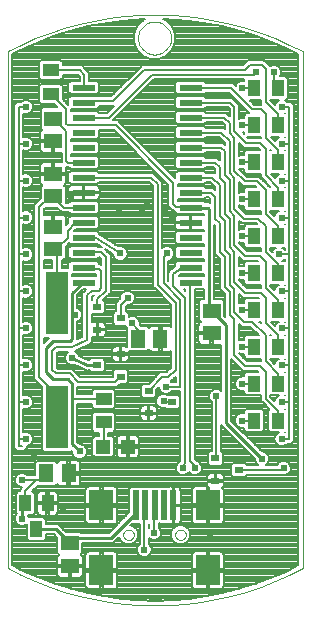
<source format=gtl>
G75*
G70*
%OFA0B0*%
%FSLAX24Y24*%
%IPPOS*%
%LPD*%
%AMOC8*
5,1,8,0,0,1.08239X$1,22.5*
%
%ADD10C,0.0010*%
%ADD11C,0.0000*%
%ADD12R,0.0433X0.0551*%
%ADD13R,0.0780X0.0220*%
%ADD14R,0.0276X0.0236*%
%ADD15R,0.0197X0.0984*%
%ADD16R,0.0787X0.0984*%
%ADD17R,0.0591X0.0512*%
%ADD18R,0.0512X0.0591*%
%ADD19R,0.0760X0.2100*%
%ADD20R,0.0551X0.0433*%
%ADD21R,0.0394X0.0551*%
%ADD22R,0.0472X0.0472*%
%ADD23C,0.0080*%
%ADD24C,0.0240*%
%ADD25C,0.0100*%
D10*
X001794Y001371D02*
X001794Y018596D01*
X001794Y001371D02*
X002251Y001141D01*
X002720Y000934D01*
X003198Y000750D01*
X003685Y000590D01*
X004179Y000453D01*
X004679Y000341D01*
X005183Y000254D01*
X005692Y000191D01*
X006203Y000154D01*
X006715Y000141D01*
X007227Y000154D01*
X007738Y000191D01*
X008247Y000254D01*
X008751Y000341D01*
X009251Y000453D01*
X009745Y000590D01*
X010232Y000750D01*
X010710Y000934D01*
X011179Y001141D01*
X011636Y001371D01*
X011637Y001371D02*
X011637Y018596D01*
X011636Y018596D02*
X011179Y018826D01*
X010710Y019033D01*
X010232Y019217D01*
X009745Y019377D01*
X009251Y019514D01*
X008751Y019626D01*
X008247Y019713D01*
X007738Y019776D01*
X007227Y019813D01*
X006715Y019826D01*
X006203Y019813D01*
X005692Y019776D01*
X005183Y019713D01*
X004679Y019626D01*
X004179Y019514D01*
X003685Y019377D01*
X003198Y019217D01*
X002720Y019033D01*
X002251Y018826D01*
X001794Y018596D01*
D11*
X006143Y019041D02*
X006145Y019088D01*
X006151Y019134D01*
X006161Y019180D01*
X006174Y019225D01*
X006192Y019268D01*
X006213Y019310D01*
X006237Y019350D01*
X006265Y019387D01*
X006296Y019422D01*
X006330Y019455D01*
X006366Y019484D01*
X006405Y019510D01*
X006446Y019533D01*
X006489Y019552D01*
X006533Y019568D01*
X006578Y019580D01*
X006624Y019588D01*
X006671Y019592D01*
X006717Y019592D01*
X006764Y019588D01*
X006810Y019580D01*
X006855Y019568D01*
X006899Y019552D01*
X006942Y019533D01*
X006983Y019510D01*
X007022Y019484D01*
X007058Y019455D01*
X007092Y019422D01*
X007123Y019387D01*
X007151Y019350D01*
X007175Y019310D01*
X007196Y019268D01*
X007214Y019225D01*
X007227Y019180D01*
X007237Y019134D01*
X007243Y019088D01*
X007245Y019041D01*
X007243Y018994D01*
X007237Y018948D01*
X007227Y018902D01*
X007214Y018857D01*
X007196Y018814D01*
X007175Y018772D01*
X007151Y018732D01*
X007123Y018695D01*
X007092Y018660D01*
X007058Y018627D01*
X007022Y018598D01*
X006983Y018572D01*
X006942Y018549D01*
X006899Y018530D01*
X006855Y018514D01*
X006810Y018502D01*
X006764Y018494D01*
X006717Y018490D01*
X006671Y018490D01*
X006624Y018494D01*
X006578Y018502D01*
X006533Y018514D01*
X006489Y018530D01*
X006446Y018549D01*
X006405Y018572D01*
X006366Y018598D01*
X006330Y018627D01*
X006296Y018660D01*
X006265Y018695D01*
X006237Y018732D01*
X006213Y018772D01*
X006192Y018814D01*
X006174Y018857D01*
X006161Y018902D01*
X006151Y018948D01*
X006145Y018994D01*
X006143Y019041D01*
X005651Y002481D02*
X005653Y002507D01*
X005659Y002533D01*
X005669Y002558D01*
X005682Y002581D01*
X005698Y002601D01*
X005718Y002619D01*
X005740Y002634D01*
X005763Y002646D01*
X005789Y002654D01*
X005815Y002658D01*
X005841Y002658D01*
X005867Y002654D01*
X005893Y002646D01*
X005917Y002634D01*
X005938Y002619D01*
X005958Y002601D01*
X005974Y002581D01*
X005987Y002558D01*
X005997Y002533D01*
X006003Y002507D01*
X006005Y002481D01*
X006003Y002455D01*
X005997Y002429D01*
X005987Y002404D01*
X005974Y002381D01*
X005958Y002361D01*
X005938Y002343D01*
X005916Y002328D01*
X005893Y002316D01*
X005867Y002308D01*
X005841Y002304D01*
X005815Y002304D01*
X005789Y002308D01*
X005763Y002316D01*
X005739Y002328D01*
X005718Y002343D01*
X005698Y002361D01*
X005682Y002381D01*
X005669Y002404D01*
X005659Y002429D01*
X005653Y002455D01*
X005651Y002481D01*
X007383Y002481D02*
X007385Y002507D01*
X007391Y002533D01*
X007401Y002558D01*
X007414Y002581D01*
X007430Y002601D01*
X007450Y002619D01*
X007472Y002634D01*
X007495Y002646D01*
X007521Y002654D01*
X007547Y002658D01*
X007573Y002658D01*
X007599Y002654D01*
X007625Y002646D01*
X007649Y002634D01*
X007670Y002619D01*
X007690Y002601D01*
X007706Y002581D01*
X007719Y002558D01*
X007729Y002533D01*
X007735Y002507D01*
X007737Y002481D01*
X007735Y002455D01*
X007729Y002429D01*
X007719Y002404D01*
X007706Y002381D01*
X007690Y002361D01*
X007670Y002343D01*
X007648Y002328D01*
X007625Y002316D01*
X007599Y002308D01*
X007573Y002304D01*
X007547Y002304D01*
X007521Y002308D01*
X007495Y002316D01*
X007471Y002328D01*
X007450Y002343D01*
X007430Y002361D01*
X007414Y002381D01*
X007401Y002404D01*
X007391Y002429D01*
X007385Y002455D01*
X007383Y002481D01*
D12*
X010013Y006293D03*
X010800Y006293D03*
X010800Y007523D03*
X010800Y008753D03*
X010800Y009984D03*
X010013Y009984D03*
X010013Y008753D03*
X010013Y007523D03*
X010013Y011214D03*
X010800Y011214D03*
X010800Y012444D03*
X010800Y013675D03*
X010800Y014905D03*
X010800Y016135D03*
X010800Y017366D03*
X010013Y017366D03*
X010013Y016135D03*
X010013Y014905D03*
X010013Y013675D03*
X010013Y012444D03*
D13*
X007894Y012391D03*
X007894Y012891D03*
X007894Y013391D03*
X007894Y013891D03*
X007894Y014391D03*
X007894Y014891D03*
X007894Y015391D03*
X007894Y015891D03*
X007894Y016391D03*
X007894Y016891D03*
X007894Y017391D03*
X007894Y011891D03*
X007894Y011391D03*
X007894Y010891D03*
X004334Y010891D03*
X004334Y011391D03*
X004334Y011891D03*
X004334Y012391D03*
X004334Y012891D03*
X004334Y013391D03*
X004334Y013891D03*
X004334Y014391D03*
X004334Y014891D03*
X004334Y015391D03*
X004334Y015891D03*
X004334Y016391D03*
X004334Y016891D03*
X004334Y017391D03*
D14*
X004785Y010073D03*
X004785Y009325D03*
X004772Y008134D03*
X005560Y008508D03*
X005560Y007760D03*
X006494Y007284D03*
X006494Y006536D03*
X007282Y006910D03*
X008725Y005027D03*
X008725Y004279D03*
X009513Y004653D03*
X005572Y009699D03*
D15*
X006064Y003465D03*
X006379Y003465D03*
X006694Y003465D03*
X007009Y003465D03*
X007324Y003465D03*
D16*
X008466Y003465D03*
X008466Y001300D03*
X004922Y001300D03*
X004922Y003465D03*
D17*
X003874Y002195D03*
X003874Y001447D03*
X008594Y009207D03*
X008594Y009955D03*
X003314Y012007D03*
X003314Y012755D03*
X003314Y013767D03*
X003314Y014515D03*
X003314Y015607D03*
X003314Y016355D03*
D18*
X006140Y009021D03*
X006888Y009021D03*
X003829Y004533D03*
X003081Y004533D03*
D19*
X003434Y006401D03*
X003434Y010201D03*
D20*
X004994Y007015D03*
X004994Y006227D03*
X003234Y017187D03*
X003234Y017975D03*
D21*
X003128Y003534D03*
X002754Y002668D03*
X002380Y003534D03*
D22*
X004981Y005421D03*
X005807Y005421D03*
D23*
X005767Y005404D02*
X005337Y005404D01*
X005337Y005482D02*
X005431Y005482D01*
X005431Y005461D02*
X005767Y005461D01*
X005767Y005381D01*
X005431Y005381D01*
X005431Y005166D01*
X005441Y005131D01*
X005459Y005099D01*
X005485Y005073D01*
X005517Y005054D01*
X005553Y005045D01*
X005767Y005045D01*
X005767Y005381D01*
X005847Y005381D01*
X005847Y005045D01*
X006062Y005045D01*
X006098Y005054D01*
X006130Y005073D01*
X006156Y005099D01*
X006174Y005131D01*
X006184Y005166D01*
X006184Y005381D01*
X005848Y005381D01*
X005848Y005461D01*
X006184Y005461D01*
X006184Y005676D01*
X006174Y005711D01*
X006156Y005743D01*
X006130Y005769D01*
X006098Y005788D01*
X006062Y005797D01*
X005847Y005797D01*
X005847Y005461D01*
X005767Y005461D01*
X005767Y005797D01*
X005553Y005797D01*
X005517Y005788D01*
X005485Y005769D01*
X005459Y005743D01*
X005441Y005711D01*
X005431Y005676D01*
X005431Y005461D01*
X005431Y005561D02*
X005337Y005561D01*
X005337Y005639D02*
X005431Y005639D01*
X005444Y005718D02*
X005326Y005718D01*
X005337Y005707D02*
X005267Y005777D01*
X005154Y005777D01*
X005154Y005891D01*
X005319Y005891D01*
X005390Y005961D01*
X005390Y006494D01*
X005319Y006564D01*
X004669Y006564D01*
X004598Y006494D01*
X004598Y005961D01*
X004669Y005891D01*
X004834Y005891D01*
X004834Y005777D01*
X004695Y005777D01*
X004624Y005707D01*
X004624Y005135D01*
X004695Y005065D01*
X005267Y005065D01*
X005337Y005135D01*
X005337Y005707D01*
X005382Y005953D02*
X007554Y005953D01*
X007554Y005875D02*
X005154Y005875D01*
X005154Y005796D02*
X005549Y005796D01*
X005767Y005796D02*
X005847Y005796D01*
X005847Y005718D02*
X005767Y005718D01*
X005767Y005639D02*
X005847Y005639D01*
X005847Y005561D02*
X005767Y005561D01*
X005767Y005482D02*
X005847Y005482D01*
X005848Y005404D02*
X007554Y005404D01*
X007554Y005482D02*
X006184Y005482D01*
X006184Y005561D02*
X007554Y005561D01*
X007554Y005639D02*
X006184Y005639D01*
X006170Y005718D02*
X007554Y005718D01*
X007554Y005796D02*
X006066Y005796D01*
X006302Y006287D02*
X006338Y006277D01*
X006475Y006277D01*
X006475Y006516D01*
X006513Y006516D01*
X006513Y006277D01*
X006650Y006277D01*
X006686Y006287D01*
X006718Y006305D01*
X006744Y006331D01*
X006762Y006363D01*
X006772Y006399D01*
X006772Y006516D01*
X006514Y006516D01*
X006514Y006555D01*
X006772Y006555D01*
X006772Y006672D01*
X006762Y006708D01*
X006744Y006740D01*
X006718Y006766D01*
X006686Y006784D01*
X006650Y006794D01*
X006513Y006794D01*
X006513Y006555D01*
X006475Y006555D01*
X006475Y006794D01*
X006338Y006794D01*
X006302Y006784D01*
X006270Y006766D01*
X006244Y006740D01*
X006226Y006708D01*
X006216Y006672D01*
X006216Y006555D01*
X006475Y006555D01*
X006475Y006516D01*
X006216Y006516D01*
X006216Y006399D01*
X006226Y006363D01*
X006244Y006331D01*
X006270Y006305D01*
X006302Y006287D01*
X006236Y006346D02*
X005390Y006346D01*
X005390Y006267D02*
X007554Y006267D01*
X007554Y006189D02*
X005390Y006189D01*
X005390Y006110D02*
X007554Y006110D01*
X007554Y006032D02*
X005390Y006032D01*
X005390Y006425D02*
X006216Y006425D01*
X006216Y006503D02*
X005380Y006503D01*
X005319Y006678D02*
X005390Y006749D01*
X005390Y007281D01*
X005319Y007351D01*
X004669Y007351D01*
X004598Y007281D01*
X004598Y007175D01*
X004124Y007175D01*
X004124Y007421D01*
X005315Y007421D01*
X005447Y007421D01*
X005548Y007522D01*
X005747Y007522D01*
X005818Y007592D01*
X005818Y007928D01*
X005747Y007998D01*
X005372Y007998D01*
X005302Y007928D01*
X005302Y007741D01*
X004220Y007741D01*
X003940Y008021D01*
X003808Y008021D01*
X003460Y008021D01*
X003434Y008047D01*
X003434Y008555D01*
X003460Y008581D01*
X003815Y008581D01*
X003751Y008517D01*
X003714Y008429D01*
X003714Y008333D01*
X003751Y008245D01*
X003818Y008178D01*
X003906Y008141D01*
X004002Y008141D01*
X004029Y008152D01*
X004340Y007995D01*
X004371Y007964D01*
X004400Y007964D01*
X004427Y007950D01*
X004468Y007964D01*
X004517Y007964D01*
X004585Y007896D01*
X004960Y007896D01*
X005030Y007966D01*
X005030Y008302D01*
X004960Y008372D01*
X004585Y008372D01*
X004517Y008304D01*
X004482Y008304D01*
X004183Y008456D01*
X004157Y008517D01*
X004090Y008585D01*
X004043Y008604D01*
X004049Y008610D01*
X004472Y008821D01*
X004500Y008821D01*
X004529Y008850D01*
X004565Y008868D01*
X004574Y008895D01*
X004594Y008915D01*
X004594Y008955D01*
X004607Y008993D01*
X004594Y009019D01*
X004594Y009076D01*
X004628Y009066D01*
X004765Y009066D01*
X004765Y009305D01*
X004804Y009305D01*
X004804Y009066D01*
X004941Y009066D01*
X004976Y009076D01*
X005008Y009094D01*
X005034Y009120D01*
X005053Y009152D01*
X005062Y009188D01*
X005062Y009305D01*
X004804Y009305D01*
X004804Y009344D01*
X004765Y009344D01*
X004765Y009583D01*
X004628Y009583D01*
X004594Y009573D01*
X004594Y009838D01*
X004597Y009834D01*
X004972Y009834D01*
X005042Y009905D01*
X005042Y010240D01*
X004981Y010302D01*
X005140Y010461D01*
X005234Y010555D01*
X005234Y011675D01*
X005234Y011807D01*
X005074Y011967D01*
X005026Y012016D01*
X005314Y011827D01*
X005314Y011813D01*
X005351Y011725D01*
X005418Y011658D01*
X005506Y011621D01*
X005602Y011621D01*
X005690Y011658D01*
X005757Y011725D01*
X005794Y011813D01*
X005794Y011909D01*
X005757Y011997D01*
X005690Y012065D01*
X005602Y012101D01*
X005506Y012101D01*
X005490Y012094D01*
X004845Y012516D01*
X004844Y012517D01*
X004844Y012551D01*
X006634Y012551D01*
X006634Y012629D02*
X004029Y012629D01*
X004020Y012621D02*
X004060Y012661D01*
X004774Y012661D01*
X004844Y012731D01*
X004844Y013051D01*
X004774Y013121D01*
X003894Y013121D01*
X003824Y013051D01*
X003824Y012877D01*
X003749Y012803D01*
X003749Y013029D01*
X003740Y013065D01*
X003721Y013097D01*
X003695Y013123D01*
X003663Y013141D01*
X003628Y013151D01*
X003354Y013151D01*
X003354Y012795D01*
X003274Y012795D01*
X003274Y013151D01*
X003000Y013151D01*
X002994Y013149D01*
X002994Y013355D01*
X003030Y013391D01*
X003438Y013391D01*
X003598Y013231D01*
X003685Y013231D01*
X003749Y013231D01*
X003749Y013231D01*
X003750Y013231D01*
X003824Y013231D01*
X003894Y013161D01*
X004774Y013161D01*
X004844Y013231D01*
X004844Y013551D01*
X004774Y013621D01*
X003894Y013621D01*
X003824Y013551D01*
X003751Y013551D01*
X003729Y013573D01*
X003729Y014073D01*
X003670Y014132D01*
X003695Y014147D01*
X003721Y014173D01*
X003740Y014205D01*
X003749Y014241D01*
X003749Y014475D01*
X003354Y014475D01*
X003354Y014555D01*
X003749Y014555D01*
X003749Y014731D01*
X003824Y014731D01*
X003894Y014661D01*
X004774Y014661D01*
X004844Y014731D01*
X004844Y015051D01*
X004774Y015121D01*
X003914Y015121D01*
X003914Y015161D01*
X004774Y015161D01*
X004844Y015231D01*
X004844Y015551D01*
X004774Y015621D01*
X003914Y015621D01*
X003914Y015661D01*
X004774Y015661D01*
X004844Y015731D01*
X004844Y015981D01*
X005328Y015981D01*
X007154Y014155D01*
X007154Y013567D01*
X007154Y013435D01*
X007234Y013355D01*
X007328Y013261D01*
X007384Y013261D01*
X007384Y013231D01*
X007454Y013161D01*
X008334Y013161D01*
X008344Y013171D01*
X008344Y013128D01*
X008338Y013132D01*
X008302Y013141D01*
X007909Y013141D01*
X007909Y012906D01*
X007879Y012906D01*
X007879Y012876D01*
X007909Y012876D01*
X007909Y012641D01*
X008302Y012641D01*
X008338Y012651D01*
X008344Y012654D01*
X008344Y012611D01*
X008334Y012621D01*
X007454Y012621D01*
X007384Y012551D01*
X006954Y012551D01*
X006954Y012629D02*
X008344Y012629D01*
X008684Y012629D02*
X008714Y012629D01*
X008714Y012551D02*
X008684Y012551D01*
X008684Y012472D02*
X008714Y012472D01*
X008714Y012394D02*
X008684Y012394D01*
X008684Y012315D02*
X008714Y012315D01*
X008714Y012237D02*
X008684Y012237D01*
X008684Y012158D02*
X008714Y012158D01*
X008714Y012080D02*
X008684Y012080D01*
X008684Y012001D02*
X008714Y012001D01*
X008714Y011923D02*
X008684Y011923D01*
X008684Y011844D02*
X008714Y011844D01*
X008714Y011835D02*
X008808Y011741D01*
X008874Y011675D01*
X008874Y010675D01*
X008968Y010581D01*
X009034Y010515D01*
X009034Y009755D01*
X009009Y009780D01*
X009009Y010261D01*
X008939Y010331D01*
X008684Y010331D01*
X008684Y012825D01*
X008714Y012795D01*
X008714Y011835D01*
X008684Y011766D02*
X008783Y011766D01*
X008862Y011687D02*
X008684Y011687D01*
X008684Y011608D02*
X008874Y011608D01*
X008874Y011530D02*
X008684Y011530D01*
X008684Y011451D02*
X008874Y011451D01*
X008874Y011373D02*
X008684Y011373D01*
X008684Y011294D02*
X008874Y011294D01*
X008874Y011216D02*
X008684Y011216D01*
X008684Y011137D02*
X008874Y011137D01*
X008874Y011059D02*
X008684Y011059D01*
X008684Y010980D02*
X008874Y010980D01*
X008874Y010902D02*
X008684Y010902D01*
X008684Y010823D02*
X008874Y010823D01*
X008874Y010744D02*
X008684Y010744D01*
X008684Y010666D02*
X008883Y010666D01*
X008961Y010587D02*
X008684Y010587D01*
X008684Y010509D02*
X009034Y010509D01*
X009034Y010430D02*
X008684Y010430D01*
X008684Y010352D02*
X009034Y010352D01*
X009034Y010273D02*
X008997Y010273D01*
X009009Y010195D02*
X009034Y010195D01*
X009034Y010116D02*
X009009Y010116D01*
X009009Y010038D02*
X009034Y010038D01*
X009034Y009959D02*
X009009Y009959D01*
X009009Y009880D02*
X009034Y009880D01*
X009034Y009802D02*
X009009Y009802D01*
X009194Y009821D02*
X009194Y010581D01*
X009034Y010741D01*
X009034Y011741D01*
X008874Y011901D01*
X008874Y012861D01*
X008714Y013021D01*
X008714Y013741D01*
X008564Y013891D01*
X007894Y013891D01*
X007864Y013421D02*
X007894Y013391D01*
X007864Y013421D02*
X007394Y013421D01*
X007314Y013501D01*
X007314Y014221D01*
X005394Y016141D01*
X003794Y016141D01*
X003754Y016181D01*
X003754Y016661D01*
X003234Y017181D01*
X003234Y017187D01*
X003338Y016851D02*
X003458Y016731D01*
X002969Y016731D01*
X002899Y016661D01*
X002899Y016049D01*
X002958Y015990D01*
X002933Y015975D01*
X002907Y015949D01*
X002888Y015917D01*
X002879Y015881D01*
X002879Y015647D01*
X003274Y015647D01*
X003274Y015567D01*
X003354Y015567D01*
X003354Y015211D01*
X003594Y015211D01*
X003594Y014911D01*
X003354Y014911D01*
X003354Y014555D01*
X003274Y014555D01*
X003274Y014475D01*
X002879Y014475D01*
X002879Y014241D01*
X002888Y014205D01*
X002907Y014173D01*
X002933Y014147D01*
X002958Y014132D01*
X002899Y014073D01*
X002899Y013712D01*
X002768Y013581D01*
X002674Y013487D01*
X002674Y007807D01*
X002674Y007675D01*
X002934Y007415D01*
X002934Y005301D01*
X003004Y005231D01*
X003864Y005231D01*
X003924Y005291D01*
X003954Y005261D01*
X003954Y005213D01*
X003991Y005125D01*
X004058Y005058D01*
X004146Y005021D01*
X004242Y005021D01*
X004330Y005058D01*
X004397Y005125D01*
X004434Y005213D01*
X004434Y005309D01*
X004397Y005397D01*
X004330Y005465D01*
X004242Y005501D01*
X004194Y005501D01*
X004124Y005571D01*
X004124Y006855D01*
X004598Y006855D01*
X004598Y006749D01*
X004669Y006678D01*
X005319Y006678D01*
X005380Y006739D02*
X006244Y006739D01*
X006216Y006660D02*
X004124Y006660D01*
X004124Y006582D02*
X006216Y006582D01*
X006475Y006582D02*
X006513Y006582D01*
X006513Y006660D02*
X006475Y006660D01*
X006475Y006739D02*
X006513Y006739D01*
X006513Y006503D02*
X006475Y006503D01*
X006475Y006425D02*
X006513Y006425D01*
X006513Y006346D02*
X006475Y006346D01*
X006752Y006346D02*
X007554Y006346D01*
X007554Y006425D02*
X006772Y006425D01*
X006772Y006503D02*
X007554Y006503D01*
X007554Y006582D02*
X006772Y006582D01*
X006772Y006660D02*
X007554Y006660D01*
X007554Y006739D02*
X007536Y006739D01*
X007539Y006742D02*
X007469Y006671D01*
X007094Y006671D01*
X007058Y006708D01*
X007042Y006701D01*
X006946Y006701D01*
X006858Y006738D01*
X006791Y006805D01*
X006754Y006893D01*
X006754Y006989D01*
X006791Y007077D01*
X006858Y007145D01*
X006946Y007181D01*
X007042Y007181D01*
X007122Y007148D01*
X007469Y007148D01*
X007539Y007077D01*
X007539Y006742D01*
X007539Y006817D02*
X007554Y006817D01*
X007554Y006896D02*
X007539Y006896D01*
X007539Y006974D02*
X007554Y006974D01*
X007554Y007053D02*
X007539Y007053D01*
X007554Y007131D02*
X007485Y007131D01*
X007554Y007210D02*
X007191Y007210D01*
X007210Y007218D02*
X007253Y007261D01*
X007554Y007261D01*
X007554Y004928D01*
X007498Y004905D01*
X007431Y004837D01*
X007394Y004749D01*
X007394Y004653D01*
X007431Y004565D01*
X007498Y004498D01*
X007586Y004461D01*
X007682Y004461D01*
X007770Y004498D01*
X007834Y004562D01*
X007898Y004498D01*
X007986Y004461D01*
X008082Y004461D01*
X008170Y004498D01*
X008237Y004565D01*
X008274Y004653D01*
X008274Y004749D01*
X008237Y004837D01*
X008170Y004905D01*
X008113Y004928D01*
X008034Y005007D01*
X008034Y010661D01*
X008334Y010661D01*
X008344Y010671D01*
X008344Y010331D01*
X008249Y010331D01*
X008179Y010261D01*
X008179Y009649D01*
X008238Y009590D01*
X008213Y009575D01*
X008187Y009549D01*
X008168Y009517D01*
X008159Y009481D01*
X008159Y009247D01*
X008554Y009247D01*
X008554Y009167D01*
X008634Y009167D01*
X008634Y008811D01*
X008904Y008811D01*
X008904Y007290D01*
X008890Y007305D01*
X008802Y007341D01*
X008706Y007341D01*
X008618Y007305D01*
X008551Y007237D01*
X008514Y007149D01*
X008514Y007053D01*
X008034Y007053D01*
X008034Y007131D02*
X008514Y007131D01*
X008514Y007053D02*
X008551Y006965D01*
X008594Y006922D01*
X008594Y005265D01*
X008538Y005265D01*
X008467Y005194D01*
X008467Y004859D01*
X008538Y004789D01*
X008913Y004789D01*
X008983Y004859D01*
X008983Y005194D01*
X008914Y005263D01*
X008914Y006141D01*
X010034Y005021D01*
X010034Y004973D01*
X010071Y004885D01*
X010138Y004818D01*
X010150Y004813D01*
X009770Y004813D01*
X009770Y004820D01*
X009700Y004891D01*
X009325Y004891D01*
X009255Y004820D01*
X009255Y004485D01*
X009325Y004414D01*
X009700Y004414D01*
X009770Y004485D01*
X009770Y004493D01*
X010870Y004493D01*
X010946Y004461D01*
X011042Y004461D01*
X011130Y004498D01*
X011197Y004565D01*
X011234Y004653D01*
X011234Y004749D01*
X011197Y004837D01*
X011130Y004905D01*
X011042Y004941D01*
X010946Y004941D01*
X010858Y004905D01*
X010791Y004837D01*
X010780Y004813D01*
X010398Y004813D01*
X010410Y004818D01*
X010477Y004885D01*
X010514Y004973D01*
X010514Y005069D01*
X010477Y005157D01*
X010410Y005225D01*
X010322Y005261D01*
X010274Y005261D01*
X009244Y006291D01*
X009244Y008345D01*
X009288Y008301D01*
X009648Y007941D01*
X009780Y007941D01*
X010128Y007941D01*
X010150Y007919D01*
X009746Y007919D01*
X009676Y007848D01*
X009676Y007762D01*
X009673Y007763D01*
X009577Y007763D01*
X009489Y007726D01*
X009422Y007659D01*
X009385Y007571D01*
X009385Y007475D01*
X009422Y007387D01*
X009489Y007320D01*
X009577Y007283D01*
X009673Y007283D01*
X009676Y007284D01*
X009676Y007198D01*
X009746Y007127D01*
X010234Y007127D01*
X010234Y006955D01*
X010328Y006861D01*
X010517Y006672D01*
X010463Y006618D01*
X010463Y005967D01*
X010534Y005897D01*
X010832Y005897D01*
X010793Y005881D01*
X010726Y005813D01*
X010689Y005725D01*
X010689Y005630D01*
X010726Y005542D01*
X010793Y005474D01*
X010881Y005438D01*
X010977Y005438D01*
X011065Y005474D01*
X011109Y005518D01*
X011254Y005518D01*
X011347Y005611D01*
X011347Y005744D01*
X011347Y006842D01*
X011347Y006974D01*
X011347Y008072D01*
X011347Y008204D01*
X011347Y009302D01*
X011347Y009435D01*
X011347Y010532D01*
X011347Y010665D01*
X011347Y011763D01*
X011347Y011895D01*
X011347Y012993D01*
X011347Y013126D01*
X011347Y014223D01*
X011347Y014356D01*
X011347Y015454D01*
X011347Y015586D01*
X011347Y016817D01*
X011254Y016910D01*
X011121Y016910D01*
X011109Y016910D01*
X011065Y016954D01*
X011026Y016970D01*
X011066Y016970D01*
X011136Y017040D01*
X011136Y017691D01*
X011066Y017761D01*
X010873Y017761D01*
X010877Y017765D01*
X010914Y017853D01*
X010914Y017949D01*
X010877Y018037D01*
X010810Y018105D01*
X010722Y018141D01*
X010626Y018141D01*
X010538Y018105D01*
X010537Y018104D01*
X010460Y018181D01*
X010340Y018301D01*
X010208Y018301D01*
X009808Y018301D01*
X009714Y018207D01*
X009648Y018141D01*
X006288Y018141D01*
X006194Y018047D01*
X005248Y017101D01*
X004794Y017101D01*
X004774Y017121D01*
X003894Y017121D01*
X003824Y017051D01*
X003824Y016817D01*
X003820Y016821D01*
X003630Y017012D01*
X003630Y017454D01*
X003559Y017524D01*
X002909Y017524D01*
X002838Y017454D01*
X002838Y016921D01*
X002909Y016851D01*
X003338Y016851D01*
X003397Y016792D02*
X002649Y016792D01*
X002649Y016798D02*
X002613Y016886D01*
X002545Y016954D01*
X002457Y016990D01*
X002361Y016990D01*
X002273Y016954D01*
X002230Y016910D01*
X002229Y016910D01*
X002097Y016910D01*
X002003Y016817D01*
X002003Y015586D01*
X002003Y015454D01*
X002003Y014356D01*
X002003Y014223D01*
X002003Y013126D01*
X002003Y012993D01*
X002003Y011895D01*
X002003Y011763D01*
X002003Y010665D01*
X002003Y010532D01*
X002003Y009435D01*
X002003Y009302D01*
X002003Y008204D01*
X002003Y008072D01*
X002003Y006842D01*
X002003Y005611D01*
X002003Y005498D01*
X002003Y005365D01*
X002097Y005271D01*
X002352Y005271D01*
X002446Y005365D01*
X002446Y005438D01*
X002457Y005438D01*
X002545Y005474D01*
X002613Y005542D01*
X002649Y005630D01*
X002649Y005725D01*
X002613Y005813D01*
X002545Y005881D01*
X002457Y005917D01*
X002361Y005917D01*
X002323Y005902D01*
X002323Y006684D01*
X002361Y006668D01*
X002457Y006668D01*
X002545Y006704D01*
X002613Y006772D01*
X002649Y006860D01*
X002649Y006956D01*
X002613Y007044D01*
X002545Y007111D01*
X002457Y007148D01*
X002361Y007148D01*
X002323Y007132D01*
X002323Y007914D01*
X002361Y007898D01*
X002457Y007898D01*
X002545Y007935D01*
X002613Y008002D01*
X002649Y008090D01*
X002649Y008186D01*
X002613Y008274D01*
X002545Y008342D01*
X002457Y008378D01*
X002361Y008378D01*
X002323Y008362D01*
X002323Y009144D01*
X002361Y009128D01*
X002457Y009128D01*
X002545Y009165D01*
X002613Y009232D01*
X002649Y009321D01*
X002649Y009416D01*
X002613Y009504D01*
X002545Y009572D01*
X002457Y009608D01*
X002361Y009608D01*
X002323Y009593D01*
X002323Y010375D01*
X002361Y010359D01*
X002457Y010359D01*
X002545Y010395D01*
X002613Y010463D01*
X002649Y010551D01*
X002649Y010646D01*
X002613Y010735D01*
X002545Y010802D01*
X002457Y010839D01*
X002361Y010839D01*
X002323Y010823D01*
X002323Y010823D01*
X002323Y011605D01*
X002361Y011589D01*
X002457Y011589D01*
X002545Y011626D01*
X002613Y011693D01*
X002649Y011781D01*
X002649Y011877D01*
X002613Y011965D01*
X002545Y012033D01*
X002457Y012069D01*
X002361Y012069D01*
X002323Y012053D01*
X002323Y012835D01*
X002361Y012819D01*
X002457Y012819D01*
X002545Y012856D01*
X002613Y012923D01*
X002649Y013012D01*
X002649Y013107D01*
X002613Y013195D01*
X002545Y013263D01*
X002457Y013299D01*
X002361Y013299D01*
X002323Y013283D01*
X002323Y014066D01*
X002361Y014050D01*
X002457Y014050D01*
X002545Y014086D01*
X002613Y014154D01*
X002649Y014242D01*
X002649Y014337D01*
X002613Y014426D01*
X002545Y014493D01*
X002457Y014530D01*
X002361Y014530D01*
X002323Y014514D01*
X002323Y015296D01*
X002361Y015280D01*
X002457Y015280D01*
X002545Y015317D01*
X002613Y015384D01*
X002649Y015472D01*
X002649Y015568D01*
X002613Y015656D01*
X002545Y015723D01*
X002457Y015760D01*
X002361Y015760D01*
X002323Y015744D01*
X002323Y016526D01*
X002361Y016510D01*
X002457Y016510D01*
X002545Y016547D01*
X002613Y016614D01*
X002649Y016703D01*
X002649Y016798D01*
X002619Y016871D02*
X002889Y016871D01*
X002838Y016949D02*
X002550Y016949D01*
X002409Y016750D02*
X002163Y016750D01*
X002163Y015520D01*
X002409Y015520D01*
X002505Y015300D02*
X002887Y015300D01*
X002888Y015297D02*
X002907Y015265D01*
X002933Y015239D01*
X002965Y015221D01*
X003000Y015211D01*
X003274Y015211D01*
X003274Y015567D01*
X002879Y015567D01*
X002879Y015333D01*
X002888Y015297D01*
X002879Y015379D02*
X002607Y015379D01*
X002643Y015457D02*
X002879Y015457D01*
X002879Y015536D02*
X002649Y015536D01*
X002630Y015614D02*
X003274Y015614D01*
X003274Y015536D02*
X003354Y015536D01*
X003354Y015457D02*
X003274Y015457D01*
X003274Y015379D02*
X003354Y015379D01*
X003354Y015300D02*
X003274Y015300D01*
X003274Y015221D02*
X003354Y015221D01*
X003594Y015143D02*
X002323Y015143D01*
X002323Y015221D02*
X002963Y015221D01*
X003000Y014911D02*
X002965Y014901D01*
X002933Y014883D01*
X002907Y014857D01*
X002888Y014825D01*
X002879Y014789D01*
X002879Y014555D01*
X003274Y014555D01*
X003274Y014911D01*
X003000Y014911D01*
X002986Y014907D02*
X002323Y014907D01*
X002323Y014829D02*
X002890Y014829D01*
X002879Y014750D02*
X002323Y014750D01*
X002323Y014672D02*
X002879Y014672D01*
X002879Y014593D02*
X002323Y014593D01*
X002323Y014515D02*
X002325Y014515D01*
X002409Y014290D02*
X002163Y014290D01*
X002163Y015520D01*
X002003Y015536D02*
X001939Y015536D01*
X001939Y015614D02*
X002003Y015614D01*
X002003Y015693D02*
X001939Y015693D01*
X001939Y015771D02*
X002003Y015771D01*
X002003Y015850D02*
X001939Y015850D01*
X001939Y015928D02*
X002003Y015928D01*
X002003Y016007D02*
X001939Y016007D01*
X001939Y016085D02*
X002003Y016085D01*
X002003Y016164D02*
X001939Y016164D01*
X001939Y016242D02*
X002003Y016242D01*
X002003Y016321D02*
X001939Y016321D01*
X001939Y016400D02*
X002003Y016400D01*
X002003Y016478D02*
X001939Y016478D01*
X001939Y016557D02*
X002003Y016557D01*
X002003Y016635D02*
X001939Y016635D01*
X001939Y016714D02*
X002003Y016714D01*
X002003Y016792D02*
X001939Y016792D01*
X001939Y016871D02*
X002057Y016871D01*
X001939Y016949D02*
X002269Y016949D01*
X002323Y016478D02*
X002899Y016478D01*
X002899Y016400D02*
X002323Y016400D01*
X002323Y016321D02*
X002899Y016321D01*
X002899Y016242D02*
X002323Y016242D01*
X002323Y016164D02*
X002899Y016164D01*
X002899Y016085D02*
X002323Y016085D01*
X002323Y016007D02*
X002941Y016007D01*
X002895Y015928D02*
X002323Y015928D01*
X002323Y015850D02*
X002879Y015850D01*
X002879Y015771D02*
X002323Y015771D01*
X002576Y015693D02*
X002879Y015693D01*
X003314Y016355D02*
X003754Y015941D01*
X003754Y014941D01*
X003804Y014891D01*
X004334Y014891D01*
X004334Y014391D02*
X006584Y014391D01*
X006794Y014181D01*
X006794Y010821D01*
X007394Y010221D01*
X007394Y007981D01*
X007154Y007741D01*
X006952Y007741D01*
X006494Y007284D01*
X006506Y007522D02*
X006307Y007522D01*
X006236Y007451D01*
X006236Y007116D01*
X006307Y007045D01*
X006682Y007045D01*
X006752Y007116D01*
X006752Y007315D01*
X006834Y007397D01*
X006834Y007373D01*
X006871Y007285D01*
X006938Y007218D01*
X007026Y007181D01*
X007122Y007181D01*
X007210Y007218D01*
X007074Y007421D02*
X007554Y007421D01*
X007554Y010301D01*
X006994Y010861D01*
X006994Y011741D01*
X007114Y011861D01*
X007279Y011687D02*
X007428Y011687D01*
X007454Y011661D02*
X008334Y011661D01*
X008344Y011671D01*
X008344Y011611D01*
X008334Y011621D01*
X007454Y011621D01*
X007384Y011551D01*
X007384Y011429D01*
X007262Y011341D01*
X007248Y011341D01*
X007210Y011303D01*
X007166Y011272D01*
X007164Y011258D01*
X007154Y011247D01*
X007154Y011194D01*
X007154Y011193D01*
X007154Y011621D01*
X007162Y011621D01*
X007250Y011658D01*
X007317Y011725D01*
X007354Y011813D01*
X007354Y011909D01*
X007317Y011997D01*
X007250Y012065D01*
X007162Y012101D01*
X007066Y012101D01*
X006978Y012065D01*
X006954Y012040D01*
X006954Y014115D01*
X006954Y014247D01*
X006650Y014551D01*
X006518Y014551D01*
X004844Y014551D01*
X004774Y014621D01*
X003894Y014621D01*
X003824Y014551D01*
X003824Y014231D01*
X003894Y014161D01*
X004774Y014161D01*
X004844Y014231D01*
X006518Y014231D01*
X006634Y014115D01*
X006634Y010755D01*
X006728Y010661D01*
X007234Y010155D01*
X007234Y009424D01*
X007230Y009428D01*
X007198Y009447D01*
X007162Y009456D01*
X006928Y009456D01*
X006928Y009061D01*
X006848Y009061D01*
X006848Y009456D01*
X006614Y009456D01*
X006578Y009447D01*
X006546Y009428D01*
X006520Y009402D01*
X006505Y009377D01*
X006446Y009436D01*
X006247Y009436D01*
X006194Y009501D01*
X006194Y009589D01*
X006157Y009677D01*
X006090Y009745D01*
X006002Y009781D01*
X005906Y009781D01*
X005830Y009749D01*
X005830Y009866D01*
X005759Y009937D01*
X005732Y009937D01*
X005732Y010093D01*
X005780Y010141D01*
X005842Y010141D01*
X005930Y010178D01*
X005997Y010245D01*
X006034Y010333D01*
X006034Y010429D01*
X005997Y010517D01*
X005930Y010585D01*
X005842Y010621D01*
X005746Y010621D01*
X005658Y010585D01*
X005591Y010517D01*
X005554Y010429D01*
X005554Y010367D01*
X005412Y010225D01*
X005412Y010093D01*
X005412Y009937D01*
X005384Y009937D01*
X005314Y009866D01*
X005314Y009531D01*
X005384Y009460D01*
X005728Y009460D01*
X005751Y009405D01*
X005777Y009379D01*
X005764Y009366D01*
X005764Y008749D01*
X005752Y008756D01*
X005716Y008766D01*
X005579Y008766D01*
X005579Y008527D01*
X005838Y008527D01*
X005838Y008606D01*
X006446Y008606D01*
X006505Y008666D01*
X006520Y008640D01*
X006546Y008614D01*
X006578Y008595D01*
X006614Y008586D01*
X006848Y008586D01*
X006848Y008981D01*
X006928Y008981D01*
X006928Y008586D01*
X007162Y008586D01*
X007198Y008595D01*
X007230Y008614D01*
X007234Y008618D01*
X007234Y008047D01*
X007088Y007901D01*
X007018Y007901D01*
X006885Y007901D01*
X006506Y007522D01*
X006509Y007524D02*
X005750Y007524D01*
X005818Y007603D02*
X006587Y007603D01*
X006666Y007681D02*
X005818Y007681D01*
X005818Y007760D02*
X006744Y007760D01*
X006823Y007838D02*
X005818Y007838D01*
X005818Y007917D02*
X007104Y007917D01*
X007182Y007995D02*
X005750Y007995D01*
X005716Y008250D02*
X005579Y008250D01*
X005579Y008489D01*
X005579Y008527D01*
X005541Y008527D01*
X005541Y008766D01*
X005404Y008766D01*
X005368Y008756D01*
X005336Y008738D01*
X005310Y008712D01*
X005292Y008680D01*
X005282Y008644D01*
X005282Y008527D01*
X005540Y008527D01*
X005540Y008489D01*
X005282Y008489D01*
X005282Y008371D01*
X005292Y008336D01*
X005310Y008304D01*
X005336Y008278D01*
X005368Y008259D01*
X005404Y008250D01*
X005541Y008250D01*
X005541Y008489D01*
X005579Y008489D01*
X005838Y008489D01*
X005838Y008371D01*
X005828Y008336D01*
X005810Y008304D01*
X005784Y008278D01*
X005752Y008259D01*
X005716Y008250D01*
X005813Y008310D02*
X007234Y008310D01*
X007234Y008388D02*
X005838Y008388D01*
X005838Y008467D02*
X007234Y008467D01*
X007234Y008545D02*
X005838Y008545D01*
X005764Y008781D02*
X004391Y008781D01*
X004548Y008859D02*
X005764Y008859D01*
X005764Y008938D02*
X004594Y008938D01*
X004595Y009016D02*
X005764Y009016D01*
X005764Y009095D02*
X005009Y009095D01*
X005059Y009174D02*
X005764Y009174D01*
X005764Y009252D02*
X005062Y009252D01*
X005062Y009344D02*
X005062Y009461D01*
X005053Y009497D01*
X005034Y009529D01*
X005008Y009555D01*
X004976Y009573D01*
X004941Y009583D01*
X004804Y009583D01*
X004804Y009344D01*
X005062Y009344D01*
X005062Y009409D02*
X005749Y009409D01*
X005764Y009331D02*
X004804Y009331D01*
X004804Y009409D02*
X004765Y009409D01*
X004765Y009488D02*
X004804Y009488D01*
X004804Y009566D02*
X004765Y009566D01*
X004765Y009252D02*
X004804Y009252D01*
X004804Y009174D02*
X004765Y009174D01*
X004765Y009095D02*
X004804Y009095D01*
X005055Y009488D02*
X005357Y009488D01*
X005314Y009566D02*
X004988Y009566D01*
X005018Y009880D02*
X005328Y009880D01*
X005314Y009802D02*
X004594Y009802D01*
X004594Y009723D02*
X005314Y009723D01*
X005314Y009645D02*
X004594Y009645D01*
X004785Y010073D02*
X004785Y010332D01*
X005074Y010621D01*
X005074Y011741D01*
X004914Y011901D01*
X004344Y011901D01*
X004334Y011891D01*
X004334Y011391D02*
X004384Y011341D01*
X004834Y011341D01*
X004914Y011261D01*
X004914Y010701D01*
X004834Y010621D01*
X004594Y010621D01*
X004434Y010461D01*
X004434Y008981D01*
X003954Y008741D01*
X003394Y008741D01*
X003274Y008621D01*
X003274Y007981D01*
X003394Y007861D01*
X003874Y007861D01*
X004154Y007581D01*
X005381Y007581D01*
X005560Y007760D01*
X005472Y007446D02*
X006236Y007446D01*
X006236Y007367D02*
X004124Y007367D01*
X004124Y007289D02*
X004606Y007289D01*
X004598Y007210D02*
X004124Y007210D01*
X003954Y007021D02*
X003960Y007015D01*
X004994Y007015D01*
X005390Y007053D02*
X006299Y007053D01*
X006236Y007131D02*
X005390Y007131D01*
X005390Y007210D02*
X006236Y007210D01*
X006236Y007289D02*
X005382Y007289D01*
X005390Y006974D02*
X006754Y006974D01*
X006754Y006896D02*
X005390Y006896D01*
X005390Y006817D02*
X006786Y006817D01*
X006745Y006739D02*
X006857Y006739D01*
X006994Y006941D02*
X007186Y006910D01*
X007282Y006910D01*
X006956Y007210D02*
X006752Y007210D01*
X006752Y007289D02*
X006869Y007289D01*
X006837Y007367D02*
X006804Y007367D01*
X006845Y007131D02*
X006752Y007131D01*
X006781Y007053D02*
X006689Y007053D01*
X007253Y007581D02*
X007237Y007598D01*
X007314Y007675D01*
X007394Y007755D01*
X007394Y007581D01*
X007253Y007581D01*
X007242Y007603D02*
X007394Y007603D01*
X007394Y007681D02*
X007320Y007681D01*
X007234Y008074D02*
X005030Y008074D01*
X005030Y008153D02*
X007234Y008153D01*
X007234Y008231D02*
X005030Y008231D01*
X005022Y008310D02*
X005307Y008310D01*
X005282Y008388D02*
X004316Y008388D01*
X004178Y008467D02*
X005282Y008467D01*
X005282Y008545D02*
X004129Y008545D01*
X004077Y008624D02*
X005282Y008624D01*
X005304Y008702D02*
X004234Y008702D01*
X004124Y009005D02*
X004124Y009091D01*
X004124Y009599D01*
X004170Y009618D01*
X004237Y009685D01*
X004274Y009773D01*
X004274Y009869D01*
X004237Y009957D01*
X004170Y010025D01*
X004124Y010044D01*
X004124Y010471D01*
X004314Y010661D01*
X004408Y010661D01*
X004368Y010621D01*
X004368Y010621D01*
X004274Y010527D01*
X004274Y009080D01*
X004124Y009005D01*
X004124Y009016D02*
X004147Y009016D01*
X004124Y009095D02*
X004274Y009095D01*
X004274Y009174D02*
X004124Y009174D01*
X004124Y009252D02*
X004274Y009252D01*
X004274Y009331D02*
X004124Y009331D01*
X004124Y009409D02*
X004274Y009409D01*
X004274Y009488D02*
X004124Y009488D01*
X004124Y009566D02*
X004274Y009566D01*
X004274Y009645D02*
X004197Y009645D01*
X004253Y009723D02*
X004274Y009723D01*
X004274Y009802D02*
X004274Y009802D01*
X004269Y009880D02*
X004274Y009880D01*
X004274Y009959D02*
X004235Y009959D01*
X004274Y010038D02*
X004138Y010038D01*
X004124Y010116D02*
X004274Y010116D01*
X004274Y010195D02*
X004124Y010195D01*
X004124Y010273D02*
X004274Y010273D01*
X004274Y010352D02*
X004124Y010352D01*
X004124Y010430D02*
X004274Y010430D01*
X004274Y010509D02*
X004162Y010509D01*
X004241Y010587D02*
X004334Y010587D01*
X004334Y010891D02*
X004304Y010891D01*
X004660Y010461D02*
X004594Y010395D01*
X004594Y010308D01*
X004597Y010311D01*
X004625Y010311D01*
X004625Y010398D01*
X004688Y010461D01*
X004660Y010461D01*
X004657Y010430D02*
X004629Y010430D01*
X004625Y010352D02*
X004594Y010352D01*
X005010Y010273D02*
X005460Y010273D01*
X005412Y010195D02*
X005042Y010195D01*
X005042Y010116D02*
X005412Y010116D01*
X005412Y010038D02*
X005042Y010038D01*
X005042Y009959D02*
X005412Y009959D01*
X005572Y010159D02*
X005572Y009699D01*
X005732Y009959D02*
X007234Y009959D01*
X007234Y009880D02*
X005816Y009880D01*
X005830Y009802D02*
X007234Y009802D01*
X007234Y009723D02*
X006111Y009723D01*
X006171Y009645D02*
X007234Y009645D01*
X007234Y009566D02*
X006194Y009566D01*
X006205Y009488D02*
X007234Y009488D01*
X006928Y009409D02*
X006848Y009409D01*
X006848Y009331D02*
X006928Y009331D01*
X006928Y009252D02*
X006848Y009252D01*
X006848Y009174D02*
X006928Y009174D01*
X006928Y009095D02*
X006848Y009095D01*
X006848Y008938D02*
X006928Y008938D01*
X006928Y008859D02*
X006848Y008859D01*
X006848Y008781D02*
X006928Y008781D01*
X006928Y008702D02*
X006848Y008702D01*
X006848Y008624D02*
X006928Y008624D01*
X006536Y008624D02*
X006464Y008624D01*
X006140Y009021D02*
X006140Y009315D01*
X005954Y009541D01*
X005732Y010038D02*
X007234Y010038D01*
X007234Y010116D02*
X005755Y010116D01*
X005572Y010159D02*
X005794Y010381D01*
X005947Y010195D02*
X007194Y010195D01*
X007116Y010273D02*
X006009Y010273D01*
X006034Y010352D02*
X007037Y010352D01*
X006959Y010430D02*
X006033Y010430D01*
X006001Y010509D02*
X006880Y010509D01*
X006801Y010587D02*
X005923Y010587D01*
X005665Y010587D02*
X005234Y010587D01*
X005234Y010666D02*
X006723Y010666D01*
X006728Y010661D02*
X006728Y010661D01*
X006644Y010744D02*
X005234Y010744D01*
X005234Y010823D02*
X006634Y010823D01*
X006634Y010902D02*
X005234Y010902D01*
X005234Y010980D02*
X006634Y010980D01*
X006634Y011059D02*
X005234Y011059D01*
X005234Y011137D02*
X006634Y011137D01*
X006634Y011216D02*
X005234Y011216D01*
X005234Y011294D02*
X006634Y011294D01*
X006634Y011373D02*
X005234Y011373D01*
X005234Y011451D02*
X006634Y011451D01*
X006634Y011530D02*
X005234Y011530D01*
X005234Y011608D02*
X006634Y011608D01*
X006634Y011687D02*
X005719Y011687D01*
X005774Y011766D02*
X006634Y011766D01*
X006634Y011844D02*
X005794Y011844D01*
X005788Y011923D02*
X006634Y011923D01*
X006634Y012001D02*
X005753Y012001D01*
X005653Y012080D02*
X006634Y012080D01*
X006634Y012158D02*
X005392Y012158D01*
X005272Y012237D02*
X006634Y012237D01*
X006634Y012315D02*
X005152Y012315D01*
X005032Y012394D02*
X006634Y012394D01*
X006634Y012472D02*
X004912Y012472D01*
X004844Y012551D02*
X004774Y012621D01*
X004020Y012621D01*
X003794Y012621D02*
X004034Y012861D01*
X004304Y012861D01*
X004334Y012891D01*
X004334Y012391D02*
X004744Y012391D01*
X005554Y011861D01*
X005334Y011766D02*
X005234Y011766D01*
X005234Y011687D02*
X005389Y011687D01*
X005288Y011844D02*
X005197Y011844D01*
X005168Y011923D02*
X005119Y011923D01*
X005048Y012001D02*
X005040Y012001D01*
X004956Y012061D02*
X004834Y012061D01*
X004774Y012121D01*
X003894Y012121D01*
X003824Y012051D01*
X003824Y011731D01*
X003894Y011661D01*
X004774Y011661D01*
X004844Y011731D01*
X004844Y011741D01*
X004848Y011741D01*
X004914Y011675D01*
X004914Y011487D01*
X004900Y011501D01*
X004844Y011501D01*
X004844Y011551D01*
X004774Y011621D01*
X003894Y011621D01*
X003824Y011551D01*
X003824Y011371D01*
X003594Y011371D01*
X003594Y011631D01*
X003659Y011631D01*
X003729Y011701D01*
X003729Y012090D01*
X003847Y012208D01*
X003894Y012161D01*
X004774Y012161D01*
X004785Y012173D01*
X004956Y012061D01*
X004928Y012080D02*
X004815Y012080D01*
X004808Y012158D02*
X003797Y012158D01*
X003853Y012080D02*
X003729Y012080D01*
X003729Y012001D02*
X003824Y012001D01*
X003824Y011923D02*
X003729Y011923D01*
X003729Y011844D02*
X003824Y011844D01*
X003824Y011766D02*
X003729Y011766D01*
X003715Y011687D02*
X003868Y011687D01*
X003882Y011608D02*
X003594Y011608D01*
X003594Y011530D02*
X003824Y011530D01*
X003824Y011451D02*
X003594Y011451D01*
X003594Y011373D02*
X003824Y011373D01*
X003934Y011161D02*
X004754Y011161D01*
X004754Y011121D01*
X003934Y011121D01*
X003934Y011161D01*
X003934Y011137D02*
X004754Y011137D01*
X004844Y011530D02*
X004914Y011530D01*
X004914Y011608D02*
X004786Y011608D01*
X004800Y011687D02*
X004902Y011687D01*
X004821Y012708D02*
X006634Y012708D01*
X006634Y012787D02*
X004844Y012787D01*
X004844Y012865D02*
X006634Y012865D01*
X006634Y012944D02*
X004844Y012944D01*
X004844Y013022D02*
X006634Y013022D01*
X006634Y013101D02*
X004794Y013101D01*
X004792Y013179D02*
X006634Y013179D01*
X006634Y013258D02*
X004844Y013258D01*
X004844Y013336D02*
X006634Y013336D01*
X006634Y013415D02*
X004844Y013415D01*
X004844Y013493D02*
X006634Y013493D01*
X006634Y013572D02*
X004823Y013572D01*
X004778Y013651D02*
X004810Y013669D01*
X004836Y013695D01*
X004854Y013727D01*
X004864Y013763D01*
X004864Y013876D01*
X004349Y013876D01*
X004349Y013641D01*
X004742Y013641D01*
X004778Y013651D01*
X006634Y013651D01*
X006634Y013729D02*
X004855Y013729D01*
X004864Y013808D02*
X006634Y013808D01*
X006634Y013886D02*
X004349Y013886D01*
X004349Y013876D02*
X004349Y013906D01*
X004864Y013906D01*
X004864Y014020D01*
X004854Y014055D01*
X004836Y014087D01*
X004810Y014113D01*
X004778Y014132D01*
X004742Y014141D01*
X004349Y014141D01*
X004349Y013906D01*
X004319Y013906D01*
X004319Y013876D01*
X004349Y013876D01*
X004319Y013876D02*
X004319Y013641D01*
X003926Y013641D01*
X003890Y013651D01*
X003858Y013669D01*
X003832Y013695D01*
X003814Y013727D01*
X003804Y013763D01*
X003804Y013876D01*
X004319Y013876D01*
X004319Y013886D02*
X003729Y013886D01*
X003804Y013906D02*
X003804Y014020D01*
X003814Y014055D01*
X003832Y014087D01*
X003858Y014113D01*
X003890Y014132D01*
X003926Y014141D01*
X004319Y014141D01*
X004319Y013906D01*
X003804Y013906D01*
X003804Y013965D02*
X003729Y013965D01*
X003729Y014043D02*
X003810Y014043D01*
X003873Y014122D02*
X003680Y014122D01*
X003737Y014200D02*
X003855Y014200D01*
X003824Y014279D02*
X003749Y014279D01*
X003749Y014357D02*
X003824Y014357D01*
X003824Y014436D02*
X003749Y014436D01*
X003824Y014515D02*
X003354Y014515D01*
X003354Y014593D02*
X003274Y014593D01*
X003274Y014515D02*
X002494Y014515D01*
X002602Y014436D02*
X002879Y014436D01*
X002879Y014357D02*
X002641Y014357D01*
X002649Y014279D02*
X002879Y014279D01*
X002891Y014200D02*
X002632Y014200D01*
X002581Y014122D02*
X002948Y014122D01*
X002899Y014043D02*
X002323Y014043D01*
X002323Y013965D02*
X002899Y013965D01*
X002899Y013886D02*
X002323Y013886D01*
X002323Y013808D02*
X002899Y013808D01*
X002899Y013729D02*
X002323Y013729D01*
X002323Y013651D02*
X002837Y013651D01*
X002759Y013572D02*
X002323Y013572D01*
X002323Y013493D02*
X002680Y013493D01*
X002674Y013415D02*
X002323Y013415D01*
X002323Y013336D02*
X002674Y013336D01*
X002674Y013258D02*
X002550Y013258D01*
X002619Y013179D02*
X002674Y013179D01*
X002674Y013101D02*
X002649Y013101D01*
X002649Y013022D02*
X002674Y013022D01*
X002674Y012944D02*
X002621Y012944D01*
X002674Y012865D02*
X002554Y012865D01*
X002674Y012787D02*
X002323Y012787D01*
X002323Y012708D02*
X002674Y012708D01*
X002674Y012629D02*
X002323Y012629D01*
X002323Y012551D02*
X002674Y012551D01*
X002674Y012472D02*
X002323Y012472D01*
X002323Y012394D02*
X002674Y012394D01*
X002674Y012315D02*
X002323Y012315D01*
X002323Y012237D02*
X002674Y012237D01*
X002674Y012158D02*
X002323Y012158D01*
X002323Y012080D02*
X002674Y012080D01*
X002674Y012001D02*
X002576Y012001D01*
X002630Y011923D02*
X002674Y011923D01*
X002674Y011844D02*
X002649Y011844D01*
X002643Y011766D02*
X002674Y011766D01*
X002674Y011687D02*
X002606Y011687D01*
X002674Y011608D02*
X002504Y011608D01*
X002674Y011530D02*
X002323Y011530D01*
X002323Y011451D02*
X002674Y011451D01*
X002674Y011373D02*
X002323Y011373D01*
X002323Y011294D02*
X002674Y011294D01*
X002674Y011216D02*
X002323Y011216D01*
X002323Y011137D02*
X002674Y011137D01*
X002674Y011059D02*
X002323Y011059D01*
X002323Y010980D02*
X002674Y010980D01*
X002674Y010902D02*
X002323Y010902D01*
X002409Y010599D02*
X002163Y010599D01*
X002163Y011829D01*
X002409Y011829D01*
X002163Y011829D02*
X002163Y013059D01*
X002409Y013059D01*
X002163Y013059D02*
X002163Y014290D01*
X002003Y014279D02*
X001939Y014279D01*
X001939Y014357D02*
X002003Y014357D01*
X002003Y014436D02*
X001939Y014436D01*
X001939Y014515D02*
X002003Y014515D01*
X002003Y014593D02*
X001939Y014593D01*
X001939Y014672D02*
X002003Y014672D01*
X002003Y014750D02*
X001939Y014750D01*
X001939Y014829D02*
X002003Y014829D01*
X002003Y014907D02*
X001939Y014907D01*
X001939Y014986D02*
X002003Y014986D01*
X002003Y015064D02*
X001939Y015064D01*
X001939Y015143D02*
X002003Y015143D01*
X002003Y015221D02*
X001939Y015221D01*
X001939Y015300D02*
X002003Y015300D01*
X002003Y015379D02*
X001939Y015379D01*
X001939Y015457D02*
X002003Y015457D01*
X002323Y015064D02*
X003594Y015064D01*
X003594Y014986D02*
X002323Y014986D01*
X002003Y014200D02*
X001939Y014200D01*
X001939Y014122D02*
X002003Y014122D01*
X002003Y014043D02*
X001939Y014043D01*
X001939Y013965D02*
X002003Y013965D01*
X002003Y013886D02*
X001939Y013886D01*
X001939Y013808D02*
X002003Y013808D01*
X002003Y013729D02*
X001939Y013729D01*
X001939Y013651D02*
X002003Y013651D01*
X002003Y013572D02*
X001939Y013572D01*
X001939Y013493D02*
X002003Y013493D01*
X002003Y013415D02*
X001939Y013415D01*
X001939Y013336D02*
X002003Y013336D01*
X002003Y013258D02*
X001939Y013258D01*
X001939Y013179D02*
X002003Y013179D01*
X002003Y013101D02*
X001939Y013101D01*
X001939Y013022D02*
X002003Y013022D01*
X002003Y012944D02*
X001939Y012944D01*
X001939Y012865D02*
X002003Y012865D01*
X002003Y012787D02*
X001939Y012787D01*
X001939Y012708D02*
X002003Y012708D01*
X002003Y012629D02*
X001939Y012629D01*
X001939Y012551D02*
X002003Y012551D01*
X002003Y012472D02*
X001939Y012472D01*
X001939Y012394D02*
X002003Y012394D01*
X002003Y012315D02*
X001939Y012315D01*
X001939Y012237D02*
X002003Y012237D01*
X002003Y012158D02*
X001939Y012158D01*
X001939Y012080D02*
X002003Y012080D01*
X002003Y012001D02*
X001939Y012001D01*
X001939Y011923D02*
X002003Y011923D01*
X002003Y011844D02*
X001939Y011844D01*
X001939Y011766D02*
X002003Y011766D01*
X002003Y011687D02*
X001939Y011687D01*
X001939Y011608D02*
X002003Y011608D01*
X002003Y011530D02*
X001939Y011530D01*
X001939Y011451D02*
X002003Y011451D01*
X002003Y011373D02*
X001939Y011373D01*
X001939Y011294D02*
X002003Y011294D01*
X002003Y011216D02*
X001939Y011216D01*
X001939Y011137D02*
X002003Y011137D01*
X002003Y011059D02*
X001939Y011059D01*
X001939Y010980D02*
X002003Y010980D01*
X002003Y010902D02*
X001939Y010902D01*
X001939Y010823D02*
X002003Y010823D01*
X002003Y010744D02*
X001939Y010744D01*
X001939Y010666D02*
X002003Y010666D01*
X002003Y010587D02*
X001939Y010587D01*
X001939Y010509D02*
X002003Y010509D01*
X002003Y010430D02*
X001939Y010430D01*
X001939Y010352D02*
X002003Y010352D01*
X002003Y010273D02*
X001939Y010273D01*
X001939Y010195D02*
X002003Y010195D01*
X002003Y010116D02*
X001939Y010116D01*
X001939Y010038D02*
X002003Y010038D01*
X002003Y009959D02*
X001939Y009959D01*
X001939Y009880D02*
X002003Y009880D01*
X002003Y009802D02*
X001939Y009802D01*
X001939Y009723D02*
X002003Y009723D01*
X002003Y009645D02*
X001939Y009645D01*
X001939Y009566D02*
X002003Y009566D01*
X002003Y009488D02*
X001939Y009488D01*
X001939Y009409D02*
X002003Y009409D01*
X002003Y009331D02*
X001939Y009331D01*
X001939Y009252D02*
X002003Y009252D01*
X002003Y009174D02*
X001939Y009174D01*
X001939Y009095D02*
X002003Y009095D01*
X002003Y009016D02*
X001939Y009016D01*
X001939Y008938D02*
X002003Y008938D01*
X002003Y008859D02*
X001939Y008859D01*
X001939Y008781D02*
X002003Y008781D01*
X002003Y008702D02*
X001939Y008702D01*
X001939Y008624D02*
X002003Y008624D01*
X002003Y008545D02*
X001939Y008545D01*
X001939Y008467D02*
X002003Y008467D01*
X002003Y008388D02*
X001939Y008388D01*
X001939Y008310D02*
X002003Y008310D01*
X002003Y008231D02*
X001939Y008231D01*
X001939Y008153D02*
X002003Y008153D01*
X002003Y008074D02*
X001939Y008074D01*
X001939Y007995D02*
X002003Y007995D01*
X002003Y007917D02*
X001939Y007917D01*
X001939Y007838D02*
X002003Y007838D01*
X002003Y007760D02*
X001939Y007760D01*
X001939Y007681D02*
X002003Y007681D01*
X002003Y007603D02*
X001939Y007603D01*
X001939Y007524D02*
X002003Y007524D01*
X002003Y007446D02*
X001939Y007446D01*
X001939Y007367D02*
X002003Y007367D01*
X002003Y007289D02*
X001939Y007289D01*
X001939Y007210D02*
X002003Y007210D01*
X002003Y007131D02*
X001939Y007131D01*
X001939Y007053D02*
X002003Y007053D01*
X002003Y006974D02*
X001939Y006974D01*
X001939Y006896D02*
X002003Y006896D01*
X002003Y006817D02*
X001939Y006817D01*
X001939Y006739D02*
X002003Y006739D01*
X002003Y006660D02*
X001939Y006660D01*
X001939Y006582D02*
X002003Y006582D01*
X002003Y006503D02*
X001939Y006503D01*
X001939Y006425D02*
X002003Y006425D01*
X002003Y006346D02*
X001939Y006346D01*
X001939Y006267D02*
X002003Y006267D01*
X002003Y006189D02*
X001939Y006189D01*
X001939Y006110D02*
X002003Y006110D01*
X002003Y006032D02*
X001939Y006032D01*
X001939Y005953D02*
X002003Y005953D01*
X002003Y005875D02*
X001939Y005875D01*
X001939Y005796D02*
X002003Y005796D01*
X002003Y005718D02*
X001939Y005718D01*
X001939Y005639D02*
X002003Y005639D01*
X002003Y005561D02*
X001939Y005561D01*
X001939Y005482D02*
X002003Y005482D01*
X002003Y005404D02*
X001939Y005404D01*
X001939Y005325D02*
X002043Y005325D01*
X001939Y005246D02*
X002989Y005246D01*
X002934Y005325D02*
X002406Y005325D01*
X002446Y005404D02*
X002934Y005404D01*
X002934Y005482D02*
X002553Y005482D01*
X002620Y005561D02*
X002934Y005561D01*
X002934Y005639D02*
X002649Y005639D01*
X002649Y005718D02*
X002934Y005718D01*
X002934Y005796D02*
X002620Y005796D01*
X002551Y005875D02*
X002934Y005875D01*
X002934Y005953D02*
X002323Y005953D01*
X002323Y006032D02*
X002934Y006032D01*
X002934Y006110D02*
X002323Y006110D01*
X002323Y006189D02*
X002934Y006189D01*
X002934Y006267D02*
X002323Y006267D01*
X002323Y006346D02*
X002934Y006346D01*
X002934Y006425D02*
X002323Y006425D01*
X002323Y006503D02*
X002934Y006503D01*
X002934Y006582D02*
X002323Y006582D01*
X002323Y006660D02*
X002934Y006660D01*
X002934Y006739D02*
X002579Y006739D01*
X002631Y006817D02*
X002934Y006817D01*
X002934Y006896D02*
X002649Y006896D01*
X002641Y006974D02*
X002934Y006974D01*
X002934Y007053D02*
X002603Y007053D01*
X002496Y007131D02*
X002934Y007131D01*
X002934Y007210D02*
X002323Y007210D01*
X002323Y007289D02*
X002934Y007289D01*
X002934Y007367D02*
X002323Y007367D01*
X002323Y007446D02*
X002903Y007446D01*
X002825Y007524D02*
X002323Y007524D01*
X002323Y007603D02*
X002746Y007603D01*
X002674Y007681D02*
X002323Y007681D01*
X002323Y007760D02*
X002674Y007760D01*
X002674Y007838D02*
X002323Y007838D01*
X002409Y008138D02*
X002163Y008138D01*
X002163Y009368D01*
X002409Y009368D01*
X002554Y009174D02*
X002674Y009174D01*
X002674Y009252D02*
X002621Y009252D01*
X002649Y009331D02*
X002674Y009331D01*
X002674Y009409D02*
X002649Y009409D01*
X002674Y009488D02*
X002620Y009488D01*
X002674Y009566D02*
X002551Y009566D01*
X002674Y009645D02*
X002323Y009645D01*
X002323Y009723D02*
X002674Y009723D01*
X002674Y009802D02*
X002323Y009802D01*
X002323Y009880D02*
X002674Y009880D01*
X002674Y009959D02*
X002323Y009959D01*
X002323Y010038D02*
X002674Y010038D01*
X002674Y010116D02*
X002323Y010116D01*
X002323Y010195D02*
X002674Y010195D01*
X002674Y010273D02*
X002323Y010273D01*
X002323Y010352D02*
X002674Y010352D01*
X002674Y010430D02*
X002580Y010430D01*
X002632Y010509D02*
X002674Y010509D01*
X002674Y010587D02*
X002649Y010587D01*
X002641Y010666D02*
X002674Y010666D01*
X002674Y010744D02*
X002603Y010744D01*
X002674Y010823D02*
X002495Y010823D01*
X002163Y010599D02*
X002163Y009368D01*
X002323Y009095D02*
X002674Y009095D01*
X002674Y009016D02*
X002323Y009016D01*
X002323Y008938D02*
X002674Y008938D01*
X002674Y008859D02*
X002323Y008859D01*
X002323Y008781D02*
X002674Y008781D01*
X002674Y008702D02*
X002323Y008702D01*
X002323Y008624D02*
X002674Y008624D01*
X002674Y008545D02*
X002323Y008545D01*
X002323Y008467D02*
X002674Y008467D01*
X002674Y008388D02*
X002323Y008388D01*
X002163Y008138D02*
X002163Y006908D01*
X002409Y006908D01*
X002163Y006908D02*
X002163Y005678D01*
X002409Y005678D01*
X002286Y005431D02*
X002163Y005431D01*
X002163Y005678D01*
X001939Y005168D02*
X003973Y005168D01*
X003954Y005246D02*
X003879Y005246D01*
X004026Y005089D02*
X001939Y005089D01*
X001939Y005011D02*
X007554Y005011D01*
X007554Y005089D02*
X006146Y005089D01*
X006184Y005168D02*
X007554Y005168D01*
X007554Y005246D02*
X006184Y005246D01*
X006184Y005325D02*
X007554Y005325D01*
X007554Y004932D02*
X004178Y004932D01*
X004171Y004940D02*
X004139Y004958D01*
X004103Y004968D01*
X003869Y004968D01*
X003869Y004573D01*
X004225Y004573D01*
X004225Y004846D01*
X004215Y004882D01*
X004197Y004914D01*
X004171Y004940D01*
X004223Y004854D02*
X007447Y004854D01*
X007405Y004775D02*
X004225Y004775D01*
X004225Y004697D02*
X007394Y004697D01*
X007409Y004618D02*
X004225Y004618D01*
X004225Y004493D02*
X003869Y004493D01*
X003869Y004573D01*
X003789Y004573D01*
X003789Y004968D01*
X003554Y004968D01*
X003519Y004958D01*
X003487Y004940D01*
X003461Y004914D01*
X003446Y004888D01*
X003386Y004948D01*
X002775Y004948D01*
X002705Y004878D01*
X002705Y004461D01*
X002688Y004461D01*
X002453Y004461D01*
X002410Y004505D01*
X002322Y004541D01*
X002226Y004541D01*
X002138Y004505D01*
X002071Y004437D01*
X002034Y004349D01*
X002034Y004253D01*
X002071Y004165D01*
X002138Y004098D01*
X002226Y004061D01*
X002288Y004061D01*
X002220Y003993D01*
X002220Y003930D01*
X002133Y003930D01*
X002063Y003859D01*
X002063Y003209D01*
X002093Y003179D01*
X002071Y003157D01*
X002034Y003069D01*
X002034Y002973D01*
X002071Y002885D01*
X002138Y002818D01*
X002226Y002781D01*
X002322Y002781D01*
X002410Y002818D01*
X002437Y002845D01*
X002437Y002343D01*
X002507Y002272D01*
X003001Y002272D01*
X003071Y002343D01*
X003071Y002498D01*
X003331Y002498D01*
X003459Y002370D01*
X003459Y001889D01*
X003518Y001830D01*
X003493Y001815D01*
X003467Y001789D01*
X003448Y001757D01*
X003439Y001721D01*
X003439Y001487D01*
X003834Y001487D01*
X003834Y001407D01*
X003914Y001407D01*
X003914Y001051D01*
X004188Y001051D01*
X004223Y001061D01*
X004255Y001079D01*
X004281Y001105D01*
X004300Y001137D01*
X004309Y001173D01*
X004309Y001407D01*
X003914Y001407D01*
X003914Y001487D01*
X004309Y001487D01*
X004309Y001721D01*
X004300Y001757D01*
X004281Y001789D01*
X004255Y001815D01*
X004230Y001830D01*
X004289Y001889D01*
X004289Y002211D01*
X005304Y002211D01*
X005404Y002311D01*
X005511Y002418D01*
X005559Y002301D01*
X005648Y002212D01*
X005765Y002164D01*
X005891Y002164D01*
X006008Y002212D01*
X006097Y002301D01*
X006145Y002418D01*
X006145Y002544D01*
X006097Y002661D01*
X006008Y002750D01*
X005891Y002798D01*
X005946Y002853D01*
X006194Y002853D01*
X006194Y002161D01*
X006151Y002117D01*
X006114Y002029D01*
X006114Y001933D01*
X006151Y001845D01*
X006218Y001778D01*
X006306Y001741D01*
X006402Y001741D01*
X006490Y001778D01*
X006557Y001845D01*
X006594Y001933D01*
X006594Y002029D01*
X006557Y002117D01*
X006514Y002161D01*
X006514Y002362D01*
X006538Y002338D01*
X006626Y002301D01*
X006722Y002301D01*
X006810Y002338D01*
X006877Y002405D01*
X006914Y002493D01*
X006914Y002589D01*
X006877Y002677D01*
X006834Y002721D01*
X006834Y002853D01*
X006842Y002853D01*
X006851Y002863D01*
X006861Y002853D01*
X007153Y002853D01*
X007171Y002843D01*
X007207Y002833D01*
X007315Y002833D01*
X007315Y003456D01*
X007333Y003456D01*
X007333Y002833D01*
X007441Y002833D01*
X007476Y002843D01*
X007508Y002861D01*
X007534Y002887D01*
X007553Y002919D01*
X007562Y002955D01*
X007562Y003456D01*
X007333Y003456D01*
X007333Y003475D01*
X007315Y003475D01*
X007315Y004097D01*
X007207Y004097D01*
X007171Y004088D01*
X007153Y004077D01*
X006861Y004077D01*
X006851Y004068D01*
X006852Y004068D01*
X006851Y004068D02*
X006842Y004077D01*
X006546Y004077D01*
X006537Y004068D01*
X006536Y004068D01*
X006537Y004068D02*
X006527Y004077D01*
X006231Y004077D01*
X006222Y004068D01*
X006221Y004068D01*
X006222Y004068D02*
X006212Y004077D01*
X005916Y004077D01*
X005846Y004007D01*
X005846Y003233D01*
X005164Y002551D01*
X004239Y002551D01*
X004219Y002571D01*
X003738Y002571D01*
X003471Y002838D01*
X003331Y002838D01*
X003071Y002838D01*
X003071Y002993D01*
X003001Y003064D01*
X002514Y003064D01*
X002514Y003069D01*
X002485Y003139D01*
X002627Y003139D01*
X002697Y003209D01*
X002697Y003859D01*
X002627Y003930D01*
X002609Y003930D01*
X002797Y004117D01*
X003386Y004117D01*
X003446Y004177D01*
X003461Y004151D01*
X003487Y004125D01*
X003519Y004107D01*
X003554Y004097D01*
X003789Y004097D01*
X003789Y004493D01*
X003869Y004493D01*
X003869Y004097D01*
X004103Y004097D01*
X004139Y004107D01*
X004171Y004125D01*
X004197Y004151D01*
X004215Y004183D01*
X004225Y004219D01*
X004225Y004493D01*
X004225Y004461D02*
X008463Y004461D01*
X008457Y004451D02*
X008447Y004415D01*
X008447Y004298D01*
X008706Y004298D01*
X008706Y004537D01*
X008569Y004537D01*
X008533Y004527D01*
X008501Y004509D01*
X008475Y004483D01*
X008457Y004451D01*
X008447Y004382D02*
X004225Y004382D01*
X004225Y004304D02*
X008447Y004304D01*
X008447Y004259D02*
X008447Y004142D01*
X008457Y004106D01*
X008475Y004074D01*
X008501Y004048D01*
X008506Y004046D01*
X008506Y003505D01*
X008999Y003505D01*
X008999Y003976D01*
X008990Y004011D01*
X008971Y004043D01*
X008958Y004057D01*
X008975Y004074D01*
X008993Y004106D01*
X009003Y004142D01*
X009003Y004259D01*
X008744Y004259D01*
X008744Y004298D01*
X008706Y004298D01*
X008706Y004259D01*
X008447Y004259D01*
X008447Y004225D02*
X004225Y004225D01*
X004192Y004147D02*
X008447Y004147D01*
X008426Y004097D02*
X008054Y004097D01*
X008018Y004088D01*
X007986Y004069D01*
X007960Y004043D01*
X007941Y004011D01*
X007932Y003976D01*
X007932Y003505D01*
X008426Y003505D01*
X008426Y004097D01*
X008426Y004068D02*
X008482Y004068D01*
X008506Y003990D02*
X008426Y003990D01*
X008426Y003911D02*
X008506Y003911D01*
X008506Y003833D02*
X008426Y003833D01*
X008426Y003754D02*
X008506Y003754D01*
X008506Y003676D02*
X008426Y003676D01*
X008426Y003597D02*
X008506Y003597D01*
X008506Y003518D02*
X008426Y003518D01*
X008426Y003505D02*
X008506Y003505D01*
X008506Y003425D01*
X008999Y003425D01*
X008999Y002955D01*
X008990Y002919D01*
X008971Y002887D01*
X008945Y002861D01*
X008913Y002843D01*
X008878Y002833D01*
X008506Y002833D01*
X008506Y003425D01*
X008426Y003425D01*
X008426Y002833D01*
X008054Y002833D01*
X008018Y002843D01*
X007986Y002861D01*
X007960Y002887D01*
X007941Y002919D01*
X007932Y002955D01*
X007932Y003425D01*
X008426Y003425D01*
X008426Y003505D01*
X008426Y003440D02*
X007562Y003440D01*
X007562Y003475D02*
X007562Y003976D01*
X007553Y004011D01*
X007534Y004043D01*
X007508Y004069D01*
X007476Y004088D01*
X007441Y004097D01*
X007333Y004097D01*
X007333Y003475D01*
X007562Y003475D01*
X007562Y003518D02*
X007932Y003518D01*
X007932Y003597D02*
X007562Y003597D01*
X007562Y003676D02*
X007932Y003676D01*
X007932Y003754D02*
X007562Y003754D01*
X007562Y003833D02*
X007932Y003833D01*
X007932Y003911D02*
X007562Y003911D01*
X007559Y003990D02*
X007936Y003990D01*
X007985Y004068D02*
X007510Y004068D01*
X007333Y004068D02*
X007315Y004068D01*
X007324Y004134D02*
X007330Y004134D01*
X007315Y003990D02*
X007333Y003990D01*
X007333Y003911D02*
X007315Y003911D01*
X007315Y003833D02*
X007333Y003833D01*
X007333Y003754D02*
X007315Y003754D01*
X007315Y003676D02*
X007333Y003676D01*
X007333Y003597D02*
X007315Y003597D01*
X007315Y003518D02*
X007333Y003518D01*
X007333Y003440D02*
X007315Y003440D01*
X007315Y003361D02*
X007333Y003361D01*
X007333Y003283D02*
X007315Y003283D01*
X007315Y003204D02*
X007333Y003204D01*
X007333Y003126D02*
X007315Y003126D01*
X007315Y003047D02*
X007333Y003047D01*
X007333Y002969D02*
X007315Y002969D01*
X007315Y002890D02*
X007333Y002890D01*
X007380Y002750D02*
X007291Y002661D01*
X007243Y002544D01*
X007243Y002418D01*
X007291Y002301D01*
X007380Y002212D01*
X007497Y002164D01*
X007623Y002164D01*
X007740Y002212D01*
X007829Y002301D01*
X007877Y002418D01*
X007877Y002544D01*
X007829Y002661D01*
X007740Y002750D01*
X007623Y002798D01*
X007497Y002798D01*
X007380Y002750D01*
X007364Y002733D02*
X006834Y002733D01*
X006834Y002812D02*
X011492Y002812D01*
X011492Y002890D02*
X008973Y002890D01*
X008999Y002969D02*
X011492Y002969D01*
X011492Y003047D02*
X008999Y003047D01*
X008999Y003126D02*
X011492Y003126D01*
X011492Y003204D02*
X008999Y003204D01*
X008999Y003283D02*
X011492Y003283D01*
X011492Y003361D02*
X008999Y003361D01*
X008999Y003518D02*
X011492Y003518D01*
X011492Y003440D02*
X008506Y003440D01*
X008506Y003361D02*
X008426Y003361D01*
X008426Y003283D02*
X008506Y003283D01*
X008506Y003204D02*
X008426Y003204D01*
X008426Y003126D02*
X008506Y003126D01*
X008506Y003047D02*
X008426Y003047D01*
X008426Y002969D02*
X008506Y002969D01*
X008506Y002890D02*
X008426Y002890D01*
X007958Y002890D02*
X007536Y002890D01*
X007562Y002969D02*
X007932Y002969D01*
X007932Y003047D02*
X007562Y003047D01*
X007562Y003126D02*
X007932Y003126D01*
X007932Y003204D02*
X007562Y003204D01*
X007562Y003283D02*
X007932Y003283D01*
X007932Y003361D02*
X007562Y003361D01*
X007757Y002733D02*
X011492Y002733D01*
X011492Y002654D02*
X007832Y002654D01*
X007864Y002576D02*
X011492Y002576D01*
X011492Y002497D02*
X007877Y002497D01*
X007877Y002419D02*
X011492Y002419D01*
X011492Y002340D02*
X007845Y002340D01*
X007789Y002262D02*
X011492Y002262D01*
X011492Y002183D02*
X007670Y002183D01*
X007450Y002183D02*
X006514Y002183D01*
X006514Y002262D02*
X007331Y002262D01*
X007275Y002340D02*
X006813Y002340D01*
X006883Y002419D02*
X007243Y002419D01*
X007243Y002497D02*
X006914Y002497D01*
X006914Y002576D02*
X007256Y002576D01*
X007289Y002654D02*
X006887Y002654D01*
X006674Y002541D02*
X006674Y003205D01*
X006694Y003465D01*
X006379Y003465D02*
X006354Y003200D01*
X006354Y001981D01*
X006141Y001869D02*
X005433Y001869D01*
X005428Y001878D02*
X005402Y001904D01*
X005370Y001923D01*
X005334Y001932D01*
X004962Y001932D01*
X004962Y001340D01*
X004882Y001340D01*
X004882Y001260D01*
X004389Y001260D01*
X004389Y000789D01*
X004398Y000754D01*
X004417Y000722D01*
X004443Y000696D01*
X004475Y000677D01*
X004510Y000668D01*
X004882Y000668D01*
X004882Y001260D01*
X004962Y001260D01*
X004962Y000668D01*
X005334Y000668D01*
X005370Y000677D01*
X005402Y000696D01*
X005428Y000722D01*
X005446Y000754D01*
X005456Y000789D01*
X005456Y001260D01*
X004962Y001260D01*
X004962Y001340D01*
X005456Y001340D01*
X005456Y001811D01*
X005446Y001846D01*
X005428Y001878D01*
X005456Y001791D02*
X006205Y001791D01*
X006114Y001948D02*
X004289Y001948D01*
X004289Y002026D02*
X006114Y002026D01*
X006145Y002105D02*
X004289Y002105D01*
X004289Y002183D02*
X005718Y002183D01*
X005599Y002262D02*
X005355Y002262D01*
X005434Y002340D02*
X005543Y002340D01*
X005346Y002733D02*
X003576Y002733D01*
X003498Y002812D02*
X005424Y002812D01*
X005402Y002861D02*
X005428Y002887D01*
X005446Y002919D01*
X005456Y002955D01*
X005456Y003425D01*
X004962Y003425D01*
X004962Y002833D01*
X005334Y002833D01*
X005370Y002843D01*
X005402Y002861D01*
X005430Y002890D02*
X005503Y002890D01*
X005456Y002969D02*
X005581Y002969D01*
X005660Y003047D02*
X005456Y003047D01*
X005456Y003126D02*
X005738Y003126D01*
X005817Y003204D02*
X005456Y003204D01*
X005456Y003283D02*
X005846Y003283D01*
X005846Y003361D02*
X005456Y003361D01*
X005456Y003505D02*
X005456Y003976D01*
X005446Y004011D01*
X005428Y004043D01*
X005402Y004069D01*
X005370Y004088D01*
X005334Y004097D01*
X004962Y004097D01*
X004962Y003505D01*
X004882Y003505D01*
X004882Y003425D01*
X004962Y003425D01*
X004962Y003505D01*
X005456Y003505D01*
X005456Y003518D02*
X005846Y003518D01*
X005846Y003440D02*
X004962Y003440D01*
X004962Y003518D02*
X004882Y003518D01*
X004882Y003505D02*
X004882Y004097D01*
X004510Y004097D01*
X004475Y004088D01*
X004443Y004069D01*
X004417Y004043D01*
X004398Y004011D01*
X004389Y003976D01*
X004389Y003505D01*
X004882Y003505D01*
X004882Y003440D02*
X003465Y003440D01*
X003465Y003494D02*
X003168Y003494D01*
X003168Y003119D01*
X003343Y003119D01*
X003379Y003128D01*
X003411Y003147D01*
X003437Y003173D01*
X003455Y003205D01*
X003465Y003240D01*
X003465Y003494D01*
X003465Y003574D02*
X003465Y003828D01*
X003455Y003864D01*
X003437Y003896D01*
X003411Y003922D01*
X003379Y003940D01*
X003343Y003950D01*
X003168Y003950D01*
X003168Y003574D01*
X003465Y003574D01*
X003465Y003597D02*
X004389Y003597D01*
X004389Y003676D02*
X003465Y003676D01*
X003465Y003754D02*
X004389Y003754D01*
X004389Y003833D02*
X003464Y003833D01*
X003421Y003911D02*
X004389Y003911D01*
X004392Y003990D02*
X002669Y003990D01*
X002645Y003911D02*
X002835Y003911D01*
X002845Y003922D02*
X002819Y003896D01*
X002801Y003864D01*
X002791Y003828D01*
X002791Y003574D01*
X003088Y003574D01*
X003088Y003494D01*
X003168Y003494D01*
X003168Y003574D01*
X003088Y003574D01*
X003088Y003950D01*
X002913Y003950D01*
X002877Y003940D01*
X002845Y003922D01*
X002792Y003833D02*
X002697Y003833D01*
X002697Y003754D02*
X002791Y003754D01*
X002791Y003676D02*
X002697Y003676D01*
X002697Y003597D02*
X002791Y003597D01*
X002791Y003494D02*
X002791Y003240D01*
X002801Y003205D01*
X002819Y003173D01*
X002845Y003147D01*
X002877Y003128D01*
X002913Y003119D01*
X003088Y003119D01*
X003088Y003494D01*
X002791Y003494D01*
X002791Y003440D02*
X002697Y003440D01*
X002697Y003518D02*
X003088Y003518D01*
X003088Y003440D02*
X003168Y003440D01*
X003168Y003518D02*
X004389Y003518D01*
X004389Y003425D02*
X004389Y002955D01*
X004398Y002919D01*
X004417Y002887D01*
X004443Y002861D01*
X004475Y002843D01*
X004510Y002833D01*
X004882Y002833D01*
X004882Y003425D01*
X004389Y003425D01*
X004389Y003361D02*
X003465Y003361D01*
X003465Y003283D02*
X004389Y003283D01*
X004389Y003204D02*
X003455Y003204D01*
X003370Y003126D02*
X004389Y003126D01*
X004389Y003047D02*
X003017Y003047D01*
X003071Y002969D02*
X004389Y002969D01*
X004415Y002890D02*
X003071Y002890D01*
X003088Y003126D02*
X003168Y003126D01*
X003168Y003204D02*
X003088Y003204D01*
X003088Y003283D02*
X003168Y003283D01*
X003168Y003361D02*
X003088Y003361D01*
X003088Y003597D02*
X003168Y003597D01*
X003168Y003676D02*
X003088Y003676D01*
X003088Y003754D02*
X003168Y003754D01*
X003168Y003833D02*
X003088Y003833D01*
X003088Y003911D02*
X003168Y003911D01*
X003416Y004147D02*
X003465Y004147D01*
X003789Y004147D02*
X003869Y004147D01*
X003869Y004225D02*
X003789Y004225D01*
X003789Y004304D02*
X003869Y004304D01*
X003869Y004382D02*
X003789Y004382D01*
X003789Y004461D02*
X003869Y004461D01*
X003869Y004540D02*
X007456Y004540D01*
X007634Y004701D02*
X007714Y004861D01*
X007714Y010381D01*
X007314Y010781D01*
X007314Y011181D01*
X007604Y011391D01*
X007894Y011391D01*
X007559Y011161D02*
X008334Y011161D01*
X008344Y011171D01*
X008344Y011111D01*
X008334Y011121D01*
X007504Y011121D01*
X007559Y011161D01*
X007526Y011137D02*
X008344Y011137D01*
X008338Y010666D02*
X008344Y010666D01*
X008344Y010587D02*
X008034Y010587D01*
X008034Y010509D02*
X008344Y010509D01*
X008344Y010430D02*
X008034Y010430D01*
X008034Y010352D02*
X008344Y010352D01*
X008191Y010273D02*
X008034Y010273D01*
X008034Y010195D02*
X008179Y010195D01*
X008179Y010116D02*
X008034Y010116D01*
X008034Y010038D02*
X008179Y010038D01*
X008179Y009959D02*
X008034Y009959D01*
X008034Y009880D02*
X008179Y009880D01*
X008179Y009802D02*
X008034Y009802D01*
X008034Y009723D02*
X008179Y009723D01*
X008183Y009645D02*
X008034Y009645D01*
X008034Y009566D02*
X008204Y009566D01*
X008160Y009488D02*
X008034Y009488D01*
X008034Y009409D02*
X008159Y009409D01*
X008159Y009331D02*
X008034Y009331D01*
X008034Y009252D02*
X008159Y009252D01*
X008159Y009167D02*
X008159Y008933D01*
X008168Y008897D01*
X008187Y008865D01*
X008213Y008839D01*
X008245Y008821D01*
X008280Y008811D01*
X008554Y008811D01*
X008554Y009167D01*
X008159Y009167D01*
X008159Y009095D02*
X008034Y009095D01*
X008034Y009016D02*
X008159Y009016D01*
X008159Y008938D02*
X008034Y008938D01*
X008034Y008859D02*
X008192Y008859D01*
X008034Y008781D02*
X008904Y008781D01*
X008904Y008702D02*
X008034Y008702D01*
X008034Y008624D02*
X008904Y008624D01*
X008904Y008545D02*
X008034Y008545D01*
X008034Y008467D02*
X008904Y008467D01*
X008904Y008388D02*
X008034Y008388D01*
X008034Y008310D02*
X008904Y008310D01*
X008904Y008231D02*
X008034Y008231D01*
X008034Y008153D02*
X008904Y008153D01*
X008904Y008074D02*
X008034Y008074D01*
X008034Y007995D02*
X008904Y007995D01*
X008904Y007917D02*
X008034Y007917D01*
X008034Y007838D02*
X008904Y007838D01*
X008904Y007760D02*
X008034Y007760D01*
X008034Y007681D02*
X008904Y007681D01*
X008904Y007603D02*
X008034Y007603D01*
X008034Y007524D02*
X008904Y007524D01*
X008904Y007446D02*
X008034Y007446D01*
X008034Y007367D02*
X008904Y007367D01*
X008754Y007101D02*
X008754Y005055D01*
X008725Y005027D01*
X008931Y005246D02*
X009808Y005246D01*
X009887Y005168D02*
X008983Y005168D01*
X008983Y005089D02*
X009965Y005089D01*
X010034Y005011D02*
X008983Y005011D01*
X008983Y004932D02*
X010051Y004932D01*
X010102Y004854D02*
X009737Y004854D01*
X009513Y004653D02*
X010946Y004653D01*
X010994Y004701D01*
X011172Y004540D02*
X011492Y004540D01*
X011492Y004618D02*
X011219Y004618D01*
X011234Y004697D02*
X011492Y004697D01*
X011492Y004775D02*
X011223Y004775D01*
X011181Y004854D02*
X011492Y004854D01*
X011492Y004932D02*
X011063Y004932D01*
X010925Y004932D02*
X010497Y004932D01*
X010514Y005011D02*
X011492Y005011D01*
X011492Y005089D02*
X010506Y005089D01*
X010467Y005168D02*
X011492Y005168D01*
X011492Y005246D02*
X010357Y005246D01*
X010211Y005325D02*
X011492Y005325D01*
X011492Y005404D02*
X010132Y005404D01*
X010053Y005482D02*
X010785Y005482D01*
X010718Y005561D02*
X009975Y005561D01*
X009896Y005639D02*
X010689Y005639D01*
X010689Y005718D02*
X009818Y005718D01*
X009739Y005796D02*
X010719Y005796D01*
X010787Y005875D02*
X009661Y005875D01*
X009690Y005953D02*
X009582Y005953D01*
X009676Y005967D02*
X009676Y006054D01*
X009673Y006053D01*
X009577Y006053D01*
X009489Y006089D01*
X009422Y006157D01*
X009385Y006245D01*
X009385Y006340D01*
X009422Y006429D01*
X009489Y006496D01*
X009577Y006533D01*
X009673Y006533D01*
X009676Y006531D01*
X009676Y006618D01*
X009746Y006688D01*
X010279Y006688D01*
X010349Y006618D01*
X010349Y005967D01*
X010279Y005897D01*
X009746Y005897D01*
X009676Y005967D01*
X009676Y006032D02*
X009504Y006032D01*
X009468Y006110D02*
X009425Y006110D01*
X009408Y006189D02*
X009347Y006189D01*
X009385Y006267D02*
X009268Y006267D01*
X009244Y006346D02*
X009387Y006346D01*
X009420Y006425D02*
X009244Y006425D01*
X009244Y006503D02*
X009506Y006503D01*
X009625Y006293D02*
X010013Y006293D01*
X010349Y006267D02*
X010463Y006267D01*
X010463Y006189D02*
X010349Y006189D01*
X010349Y006110D02*
X010463Y006110D01*
X010463Y006032D02*
X010349Y006032D01*
X010335Y005953D02*
X010477Y005953D01*
X010463Y006346D02*
X010349Y006346D01*
X010349Y006425D02*
X010463Y006425D01*
X010463Y006503D02*
X010349Y006503D01*
X010349Y006582D02*
X010463Y006582D01*
X010506Y006660D02*
X010307Y006660D01*
X010450Y006739D02*
X009244Y006739D01*
X009244Y006817D02*
X010372Y006817D01*
X010293Y006896D02*
X009244Y006896D01*
X009244Y006974D02*
X010234Y006974D01*
X010234Y007053D02*
X009244Y007053D01*
X009244Y007131D02*
X009742Y007131D01*
X009676Y007210D02*
X009244Y007210D01*
X009244Y007289D02*
X009564Y007289D01*
X009441Y007367D02*
X009244Y007367D01*
X009244Y007446D02*
X009397Y007446D01*
X009385Y007524D02*
X009244Y007524D01*
X009244Y007603D02*
X009398Y007603D01*
X009444Y007681D02*
X009244Y007681D01*
X009244Y007760D02*
X009570Y007760D01*
X009676Y007838D02*
X009244Y007838D01*
X009244Y007917D02*
X009745Y007917D01*
X009593Y007995D02*
X009244Y007995D01*
X009244Y008074D02*
X009515Y008074D01*
X009436Y008153D02*
X009244Y008153D01*
X009244Y008231D02*
X009358Y008231D01*
X009279Y008310D02*
X009244Y008310D01*
X009354Y008461D02*
X009354Y009661D01*
X009194Y009821D01*
X009354Y009901D02*
X009354Y010661D01*
X009194Y010821D01*
X009194Y011821D01*
X009034Y011981D01*
X009034Y012941D01*
X008874Y013101D01*
X008874Y014141D01*
X008624Y014391D01*
X007894Y014391D01*
X007894Y014891D02*
X008724Y014891D01*
X008874Y014741D01*
X008874Y014381D01*
X009034Y014221D01*
X009034Y013181D01*
X009194Y013021D01*
X009194Y012061D01*
X009354Y011901D01*
X009354Y010901D01*
X009714Y010541D01*
X010234Y010541D01*
X010394Y010381D01*
X010394Y009541D01*
X010800Y009135D01*
X010800Y008753D01*
X010832Y008358D02*
X010554Y008358D01*
X010554Y008327D01*
X010691Y008190D01*
X010726Y008274D01*
X010793Y008342D01*
X010832Y008358D01*
X010761Y008310D02*
X010572Y008310D01*
X010650Y008231D02*
X010708Y008231D01*
X010929Y008138D02*
X011187Y008138D01*
X011187Y009368D01*
X010929Y009368D01*
X011026Y009149D02*
X011027Y009149D01*
X011027Y009149D01*
X011026Y009149D01*
X011187Y009368D02*
X011187Y010599D01*
X010929Y010599D01*
X010832Y010818D02*
X010554Y010818D01*
X010554Y010767D01*
X010689Y010632D01*
X010689Y010646D01*
X010726Y010735D01*
X010793Y010802D01*
X010832Y010818D01*
X010736Y010744D02*
X010577Y010744D01*
X010655Y010666D02*
X010697Y010666D01*
X010394Y010701D02*
X010800Y010295D01*
X010800Y009984D01*
X010832Y009588D02*
X010573Y009588D01*
X010706Y009456D01*
X010726Y009504D01*
X010793Y009572D01*
X010832Y009588D01*
X010788Y009566D02*
X010595Y009566D01*
X010674Y009488D02*
X010719Y009488D01*
X010554Y009155D02*
X010560Y009149D01*
X010554Y009149D01*
X010554Y009155D01*
X010394Y009141D02*
X009954Y009581D01*
X009674Y009581D01*
X009354Y009901D01*
X009625Y009984D02*
X010013Y009984D01*
X010173Y009588D02*
X010234Y009588D01*
X010234Y009527D01*
X010173Y009588D01*
X010195Y009566D02*
X010234Y009566D01*
X010057Y009252D02*
X009514Y009252D01*
X009514Y009174D02*
X010135Y009174D01*
X010160Y009149D02*
X009746Y009149D01*
X009676Y009079D01*
X009676Y008992D01*
X009673Y008993D01*
X009577Y008993D01*
X009514Y008967D01*
X009514Y009515D01*
X009514Y009515D01*
X009514Y009515D01*
X009608Y009421D01*
X009888Y009421D01*
X010160Y009149D01*
X010394Y009141D02*
X010394Y008261D01*
X010800Y007855D01*
X010800Y007523D01*
X010832Y007127D02*
X010554Y007127D01*
X010554Y007087D01*
X010689Y006952D01*
X010689Y006956D01*
X010726Y007044D01*
X010793Y007111D01*
X010832Y007127D01*
X010735Y007053D02*
X010588Y007053D01*
X010667Y006974D02*
X010697Y006974D01*
X010394Y007021D02*
X010800Y006615D01*
X010800Y006293D01*
X011026Y006688D02*
X011027Y006689D01*
X011027Y006688D01*
X011026Y006688D01*
X010929Y006908D02*
X011187Y006908D01*
X011187Y005678D01*
X010929Y005678D01*
X011026Y005897D02*
X011027Y005897D01*
X011027Y005897D01*
X011026Y005897D01*
X011073Y005482D02*
X011492Y005482D01*
X011492Y005561D02*
X011297Y005561D01*
X011347Y005639D02*
X011492Y005639D01*
X011492Y005718D02*
X011347Y005718D01*
X011347Y005796D02*
X011492Y005796D01*
X011492Y005875D02*
X011347Y005875D01*
X011347Y005953D02*
X011492Y005953D01*
X011492Y006032D02*
X011347Y006032D01*
X011347Y006110D02*
X011492Y006110D01*
X011492Y006189D02*
X011347Y006189D01*
X011347Y006267D02*
X011492Y006267D01*
X011492Y006346D02*
X011347Y006346D01*
X011347Y006425D02*
X011492Y006425D01*
X011492Y006503D02*
X011347Y006503D01*
X011347Y006582D02*
X011492Y006582D01*
X011492Y006660D02*
X011347Y006660D01*
X011347Y006739D02*
X011492Y006739D01*
X011492Y006817D02*
X011347Y006817D01*
X011347Y006896D02*
X011492Y006896D01*
X011492Y006974D02*
X011347Y006974D01*
X011347Y007053D02*
X011492Y007053D01*
X011492Y007131D02*
X011347Y007131D01*
X011347Y007210D02*
X011492Y007210D01*
X011492Y007289D02*
X011347Y007289D01*
X011347Y007367D02*
X011492Y007367D01*
X011492Y007446D02*
X011347Y007446D01*
X011347Y007524D02*
X011492Y007524D01*
X011492Y007603D02*
X011347Y007603D01*
X011347Y007681D02*
X011492Y007681D01*
X011492Y007760D02*
X011347Y007760D01*
X011347Y007838D02*
X011492Y007838D01*
X011492Y007917D02*
X011347Y007917D01*
X011347Y007995D02*
X011492Y007995D01*
X011492Y008074D02*
X011347Y008074D01*
X011347Y008153D02*
X011492Y008153D01*
X011492Y008231D02*
X011347Y008231D01*
X011347Y008310D02*
X011492Y008310D01*
X011492Y008388D02*
X011347Y008388D01*
X011347Y008467D02*
X011492Y008467D01*
X011492Y008545D02*
X011347Y008545D01*
X011347Y008624D02*
X011492Y008624D01*
X011492Y008702D02*
X011347Y008702D01*
X011347Y008781D02*
X011492Y008781D01*
X011492Y008859D02*
X011347Y008859D01*
X011347Y008938D02*
X011492Y008938D01*
X011492Y009016D02*
X011347Y009016D01*
X011347Y009095D02*
X011492Y009095D01*
X011492Y009174D02*
X011347Y009174D01*
X011347Y009252D02*
X011492Y009252D01*
X011492Y009331D02*
X011347Y009331D01*
X011347Y009409D02*
X011492Y009409D01*
X011492Y009488D02*
X011347Y009488D01*
X011347Y009566D02*
X011492Y009566D01*
X011492Y009645D02*
X011347Y009645D01*
X011347Y009723D02*
X011492Y009723D01*
X011492Y009802D02*
X011347Y009802D01*
X011347Y009880D02*
X011492Y009880D01*
X011492Y009959D02*
X011347Y009959D01*
X011347Y010038D02*
X011492Y010038D01*
X011492Y010116D02*
X011347Y010116D01*
X011347Y010195D02*
X011492Y010195D01*
X011492Y010273D02*
X011347Y010273D01*
X011347Y010352D02*
X011492Y010352D01*
X011492Y010430D02*
X011347Y010430D01*
X011347Y010509D02*
X011492Y010509D01*
X011492Y010587D02*
X011347Y010587D01*
X011347Y010666D02*
X011492Y010666D01*
X011492Y010744D02*
X011347Y010744D01*
X011347Y010823D02*
X011492Y010823D01*
X011492Y010902D02*
X011347Y010902D01*
X011347Y010980D02*
X011492Y010980D01*
X011492Y011059D02*
X011347Y011059D01*
X011347Y011137D02*
X011492Y011137D01*
X011492Y011216D02*
X011347Y011216D01*
X011347Y011294D02*
X011492Y011294D01*
X011492Y011373D02*
X011347Y011373D01*
X011347Y011451D02*
X011492Y011451D01*
X011492Y011530D02*
X011347Y011530D01*
X011347Y011608D02*
X011492Y011608D01*
X011492Y011687D02*
X011347Y011687D01*
X011347Y011766D02*
X011492Y011766D01*
X011492Y011844D02*
X011347Y011844D01*
X011347Y011923D02*
X011492Y011923D01*
X011492Y012001D02*
X011347Y012001D01*
X011347Y012080D02*
X011492Y012080D01*
X011492Y012158D02*
X011347Y012158D01*
X011347Y012237D02*
X011492Y012237D01*
X011492Y012315D02*
X011347Y012315D01*
X011347Y012394D02*
X011492Y012394D01*
X011492Y012472D02*
X011347Y012472D01*
X011347Y012551D02*
X011492Y012551D01*
X011492Y012629D02*
X011347Y012629D01*
X011347Y012708D02*
X011492Y012708D01*
X011492Y012787D02*
X011347Y012787D01*
X011347Y012865D02*
X011492Y012865D01*
X011492Y012944D02*
X011347Y012944D01*
X011347Y013022D02*
X011492Y013022D01*
X011492Y013101D02*
X011347Y013101D01*
X011347Y013179D02*
X011492Y013179D01*
X011492Y013258D02*
X011347Y013258D01*
X011347Y013336D02*
X011492Y013336D01*
X011492Y013415D02*
X011347Y013415D01*
X011347Y013493D02*
X011492Y013493D01*
X011492Y013572D02*
X011347Y013572D01*
X011347Y013651D02*
X011492Y013651D01*
X011492Y013729D02*
X011347Y013729D01*
X011347Y013808D02*
X011492Y013808D01*
X011492Y013886D02*
X011347Y013886D01*
X011347Y013965D02*
X011492Y013965D01*
X011492Y014043D02*
X011347Y014043D01*
X011347Y014122D02*
X011492Y014122D01*
X011492Y014200D02*
X011347Y014200D01*
X011347Y014279D02*
X011492Y014279D01*
X011492Y014357D02*
X011347Y014357D01*
X011347Y014436D02*
X011492Y014436D01*
X011492Y014515D02*
X011347Y014515D01*
X011347Y014593D02*
X011492Y014593D01*
X011492Y014672D02*
X011347Y014672D01*
X011347Y014750D02*
X011492Y014750D01*
X011492Y014829D02*
X011347Y014829D01*
X011347Y014907D02*
X011492Y014907D01*
X011492Y014986D02*
X011347Y014986D01*
X011347Y015064D02*
X011492Y015064D01*
X011492Y015143D02*
X011347Y015143D01*
X011347Y015221D02*
X011492Y015221D01*
X011492Y015300D02*
X011347Y015300D01*
X011347Y015379D02*
X011492Y015379D01*
X011492Y015457D02*
X011347Y015457D01*
X011347Y015536D02*
X011492Y015536D01*
X011492Y015614D02*
X011347Y015614D01*
X011347Y015693D02*
X011492Y015693D01*
X011492Y015771D02*
X011347Y015771D01*
X011347Y015850D02*
X011492Y015850D01*
X011492Y015928D02*
X011347Y015928D01*
X011347Y016007D02*
X011492Y016007D01*
X011492Y016085D02*
X011347Y016085D01*
X011347Y016164D02*
X011492Y016164D01*
X011492Y016242D02*
X011347Y016242D01*
X011347Y016321D02*
X011492Y016321D01*
X011492Y016400D02*
X011347Y016400D01*
X011347Y016478D02*
X011492Y016478D01*
X011492Y016557D02*
X011347Y016557D01*
X011347Y016635D02*
X011492Y016635D01*
X011492Y016714D02*
X011347Y016714D01*
X011347Y016792D02*
X011492Y016792D01*
X011492Y016871D02*
X011293Y016871D01*
X011187Y016750D02*
X011187Y015520D01*
X010929Y015520D01*
X010708Y015613D02*
X010726Y015656D01*
X010793Y015723D01*
X010832Y015740D01*
X010582Y015740D01*
X010708Y015613D01*
X010707Y015614D02*
X010709Y015614D01*
X010762Y015693D02*
X010629Y015693D01*
X010394Y015701D02*
X010800Y015295D01*
X010800Y014905D01*
X010832Y014509D02*
X010572Y014509D01*
X010705Y014376D01*
X010726Y014426D01*
X010793Y014493D01*
X010832Y014509D01*
X010736Y014436D02*
X010645Y014436D01*
X010394Y014461D02*
X010800Y014055D01*
X010800Y013675D01*
X010832Y013279D02*
X010554Y013279D01*
X010554Y013247D01*
X010691Y013111D01*
X010726Y013195D01*
X010793Y013263D01*
X010832Y013279D01*
X010788Y013258D02*
X010554Y013258D01*
X010622Y013179D02*
X010719Y013179D01*
X010929Y013059D02*
X011187Y013059D01*
X011187Y014290D01*
X010929Y014290D01*
X011026Y014509D02*
X011027Y014509D01*
X011026Y014509D01*
X011027Y014509D02*
X011027Y014509D01*
X011187Y014290D02*
X011187Y015520D01*
X011027Y015301D02*
X011027Y015300D01*
X011026Y015300D01*
X011027Y015301D01*
X011027Y015739D02*
X011026Y015740D01*
X011027Y015740D01*
X011027Y015739D01*
X010800Y016135D02*
X010800Y016495D01*
X010394Y016901D01*
X010394Y018021D01*
X010274Y018141D01*
X009874Y018141D01*
X009714Y017981D01*
X006354Y017981D01*
X005314Y016941D01*
X004064Y016941D01*
X004334Y016891D01*
X004334Y016391D02*
X005164Y016391D01*
X006594Y017821D01*
X009994Y017821D01*
X010074Y017901D01*
X009791Y018285D02*
X003586Y018285D01*
X003559Y018311D02*
X002909Y018311D01*
X002838Y018241D01*
X002838Y017709D01*
X002909Y017638D01*
X003559Y017638D01*
X003630Y017709D01*
X003630Y017815D01*
X004134Y017815D01*
X004194Y017755D01*
X004194Y017621D01*
X003894Y017621D01*
X003824Y017551D01*
X003824Y017231D01*
X003894Y017161D01*
X004774Y017161D01*
X004844Y017231D01*
X004844Y017551D01*
X004774Y017621D01*
X004514Y017621D01*
X004514Y017887D01*
X004420Y017981D01*
X004267Y018135D01*
X004134Y018135D01*
X003630Y018135D01*
X003630Y018241D01*
X003559Y018311D01*
X003630Y018206D02*
X009713Y018206D01*
X009676Y017661D02*
X009676Y017604D01*
X009673Y017605D01*
X009577Y017605D01*
X009489Y017569D01*
X009422Y017501D01*
X009398Y017444D01*
X009394Y017447D01*
X009300Y017541D01*
X008404Y017541D01*
X008404Y017551D01*
X008334Y017621D01*
X007454Y017621D01*
X007384Y017551D01*
X007384Y017231D01*
X007454Y017161D01*
X008334Y017161D01*
X008394Y017221D01*
X009168Y017221D01*
X009858Y016531D01*
X009746Y016531D01*
X009676Y016460D01*
X009676Y016374D01*
X009673Y016375D01*
X009577Y016375D01*
X009514Y016349D01*
X009514Y016675D01*
X009514Y016807D01*
X009364Y016957D01*
X009270Y017051D01*
X008404Y017051D01*
X008334Y017121D01*
X007454Y017121D01*
X007384Y017051D01*
X007384Y016731D01*
X007454Y016661D01*
X008334Y016661D01*
X008404Y016731D01*
X009138Y016731D01*
X009194Y016675D01*
X009194Y016447D01*
X009184Y016457D01*
X009090Y016551D01*
X008404Y016551D01*
X008334Y016621D01*
X007454Y016621D01*
X007384Y016551D01*
X007384Y016231D01*
X007454Y016161D01*
X008334Y016161D01*
X008404Y016231D01*
X008958Y016231D01*
X009034Y016155D01*
X009034Y016007D01*
X008990Y016051D01*
X008404Y016051D01*
X008334Y016121D01*
X007454Y016121D01*
X007384Y016051D01*
X007384Y015731D01*
X007454Y015661D01*
X008334Y015661D01*
X008404Y015731D01*
X008858Y015731D01*
X009034Y015555D01*
X009034Y015487D01*
X008970Y015551D01*
X008404Y015551D01*
X008334Y015621D01*
X007454Y015621D01*
X007384Y015551D01*
X007384Y015231D01*
X007454Y015161D01*
X008334Y015161D01*
X008404Y015231D01*
X008838Y015231D01*
X008874Y015195D01*
X008874Y014967D01*
X008790Y015051D01*
X008404Y015051D01*
X008334Y015121D01*
X007454Y015121D01*
X007384Y015051D01*
X007384Y014731D01*
X007454Y014661D01*
X008334Y014661D01*
X008404Y014731D01*
X008658Y014731D01*
X008714Y014675D01*
X008714Y014527D01*
X008690Y014551D01*
X008404Y014551D01*
X008334Y014621D01*
X007454Y014621D01*
X007384Y014551D01*
X007384Y014377D01*
X005554Y016207D01*
X005460Y016301D01*
X005300Y016301D01*
X006660Y017661D01*
X009676Y017661D01*
X009676Y017656D02*
X006655Y017656D01*
X006577Y017578D02*
X007411Y017578D01*
X007384Y017499D02*
X006498Y017499D01*
X006420Y017421D02*
X007384Y017421D01*
X007384Y017342D02*
X006341Y017342D01*
X006263Y017264D02*
X007384Y017264D01*
X007430Y017185D02*
X006184Y017185D01*
X006106Y017106D02*
X007440Y017106D01*
X007384Y017028D02*
X006027Y017028D01*
X005949Y016949D02*
X007384Y016949D01*
X007384Y016871D02*
X005870Y016871D01*
X005791Y016792D02*
X007384Y016792D01*
X007402Y016714D02*
X005713Y016714D01*
X005634Y016635D02*
X009194Y016635D01*
X009194Y016557D02*
X008398Y016557D01*
X008386Y016714D02*
X009155Y016714D01*
X009204Y016891D02*
X007894Y016891D01*
X007894Y016391D02*
X009024Y016391D01*
X009194Y016221D01*
X009194Y015861D01*
X009354Y015701D01*
X009354Y014621D01*
X009714Y014261D01*
X010114Y014261D01*
X010394Y013981D01*
X010394Y013181D01*
X010800Y012775D01*
X010800Y012444D01*
X010752Y012049D02*
X010554Y012049D01*
X010554Y011967D01*
X010620Y011902D01*
X010646Y011965D01*
X010713Y012033D01*
X010752Y012049D01*
X010682Y012001D02*
X010554Y012001D01*
X010599Y011923D02*
X010628Y011923D01*
X010394Y011901D02*
X010800Y011495D01*
X010800Y011214D01*
X010946Y011609D02*
X010985Y011626D01*
X011027Y011668D01*
X011027Y011609D01*
X010946Y011609D01*
X010849Y011829D02*
X011187Y011829D01*
X011187Y013059D01*
X011027Y012840D02*
X011027Y012840D01*
X011026Y012840D01*
X011027Y012840D01*
X011027Y013278D02*
X011026Y013279D01*
X011027Y013279D01*
X011027Y013278D01*
X011027Y014070D02*
X011027Y014071D01*
X011026Y014070D01*
X011027Y014070D01*
X010559Y014070D02*
X010534Y014070D01*
X010532Y014069D01*
X010274Y014327D01*
X010180Y014421D01*
X009780Y014421D01*
X009514Y014687D01*
X009514Y014691D01*
X009577Y014665D01*
X009673Y014665D01*
X009676Y014666D01*
X009676Y014580D01*
X009746Y014509D01*
X010234Y014509D01*
X010234Y014395D01*
X010328Y014301D01*
X010559Y014070D01*
X010507Y014122D02*
X010480Y014122D01*
X010429Y014200D02*
X010401Y014200D01*
X010350Y014279D02*
X010322Y014279D01*
X010328Y014301D02*
X010328Y014301D01*
X010271Y014357D02*
X010244Y014357D01*
X010234Y014436D02*
X009765Y014436D01*
X009741Y014515D02*
X009687Y014515D01*
X009676Y014593D02*
X009608Y014593D01*
X009561Y014672D02*
X009530Y014672D01*
X009625Y014905D02*
X010013Y014905D01*
X010208Y015300D02*
X009746Y015300D01*
X009514Y015300D01*
X009514Y015379D02*
X010130Y015379D01*
X010128Y015381D02*
X010208Y015300D01*
X010128Y015381D02*
X009820Y015381D01*
X009688Y015381D01*
X009514Y015555D01*
X009514Y015119D01*
X009577Y015145D01*
X009673Y015145D01*
X009676Y015143D01*
X009676Y015230D01*
X009746Y015300D01*
X009676Y015221D02*
X009514Y015221D01*
X009514Y015143D02*
X009573Y015143D01*
X009612Y015457D02*
X009514Y015457D01*
X009514Y015536D02*
X009533Y015536D01*
X009754Y015541D02*
X009354Y015941D01*
X009354Y016741D01*
X009204Y016891D01*
X009293Y017028D02*
X009361Y017028D01*
X009372Y016949D02*
X009439Y016949D01*
X009451Y016871D02*
X009518Y016871D01*
X009514Y016792D02*
X009597Y016792D01*
X009675Y016714D02*
X009514Y016714D01*
X009514Y016635D02*
X009754Y016635D01*
X009832Y016557D02*
X009514Y016557D01*
X009514Y016478D02*
X009694Y016478D01*
X009676Y016400D02*
X009514Y016400D01*
X009625Y016135D02*
X010013Y016135D01*
X010234Y015740D02*
X009782Y015740D01*
X009820Y015701D01*
X010234Y015701D01*
X010234Y015740D01*
X010194Y015541D02*
X009754Y015541D01*
X009676Y015845D02*
X009626Y015895D01*
X009673Y015895D01*
X009676Y015897D01*
X009676Y015845D01*
X009676Y015850D02*
X009672Y015850D01*
X009194Y015621D02*
X008924Y015891D01*
X007894Y015891D01*
X007894Y015391D02*
X008904Y015391D01*
X009034Y015261D01*
X009034Y014461D01*
X009194Y014301D01*
X009194Y013261D01*
X009354Y013101D01*
X009354Y012141D01*
X009714Y011781D01*
X010194Y011781D01*
X010394Y011581D01*
X010394Y010701D01*
X010234Y010701D02*
X009780Y010701D01*
X009514Y010967D01*
X009514Y011000D01*
X009577Y010974D01*
X009673Y010974D01*
X009676Y010975D01*
X009676Y010889D01*
X009746Y010818D01*
X010234Y010818D01*
X010234Y010701D01*
X010234Y010744D02*
X009737Y010744D01*
X009742Y010823D02*
X009658Y010823D01*
X009676Y010902D02*
X009580Y010902D01*
X009562Y010980D02*
X009514Y010980D01*
X009625Y011214D02*
X010013Y011214D01*
X010139Y011609D02*
X010128Y011621D01*
X009648Y011621D01*
X009554Y011715D01*
X009514Y011755D01*
X009514Y011428D01*
X009577Y011454D01*
X009673Y011454D01*
X009676Y011453D01*
X009676Y011539D01*
X009746Y011609D01*
X010139Y011609D01*
X010234Y011941D02*
X009780Y011941D01*
X009514Y012207D01*
X009514Y012230D01*
X009577Y012204D01*
X009673Y012204D01*
X009676Y012206D01*
X009676Y012119D01*
X009746Y012049D01*
X010234Y012049D01*
X010234Y011941D01*
X010234Y012001D02*
X009720Y012001D01*
X009715Y012080D02*
X009642Y012080D01*
X009676Y012158D02*
X009563Y012158D01*
X009625Y012444D02*
X010013Y012444D01*
X010109Y012840D02*
X009746Y012840D01*
X009676Y012770D01*
X009676Y012683D01*
X009673Y012684D01*
X009577Y012684D01*
X009514Y012658D01*
X009514Y012955D01*
X009608Y012861D01*
X009740Y012861D01*
X010088Y012861D01*
X010109Y012840D01*
X010154Y013021D02*
X009674Y013021D01*
X009354Y013341D01*
X009354Y014381D01*
X009194Y014541D01*
X009194Y015621D01*
X009034Y015536D02*
X008986Y015536D01*
X008975Y015614D02*
X008341Y015614D01*
X008365Y015693D02*
X008896Y015693D01*
X009034Y016085D02*
X008369Y016085D01*
X008336Y016164D02*
X009025Y016164D01*
X009163Y016478D02*
X009194Y016478D01*
X009282Y017106D02*
X008348Y017106D01*
X008358Y017185D02*
X009204Y017185D01*
X009234Y017381D02*
X007904Y017381D01*
X007894Y017391D01*
X007604Y017421D01*
X007624Y017341D02*
X007894Y017391D01*
X008377Y017578D02*
X009510Y017578D01*
X009421Y017499D02*
X009342Y017499D01*
X009234Y017381D02*
X009954Y016661D01*
X010234Y016661D01*
X010394Y016501D01*
X010394Y015701D01*
X010194Y015541D02*
X010394Y015341D01*
X010394Y014461D01*
X010048Y014101D02*
X010079Y014070D01*
X009746Y014070D01*
X009676Y014000D01*
X009676Y013913D01*
X009673Y013915D01*
X009577Y013915D01*
X009514Y013888D01*
X009514Y014235D01*
X009648Y014101D01*
X009780Y014101D01*
X010048Y014101D01*
X010013Y013675D02*
X009625Y013675D01*
X009514Y013461D02*
X009577Y013435D01*
X009673Y013435D01*
X009676Y013436D01*
X009676Y013349D01*
X009746Y013279D01*
X010234Y013279D01*
X010234Y013167D01*
X010220Y013181D01*
X009740Y013181D01*
X009514Y013407D01*
X009514Y013461D01*
X009514Y013415D02*
X009676Y013415D01*
X009689Y013336D02*
X009585Y013336D01*
X009664Y013258D02*
X010234Y013258D01*
X010222Y013179D02*
X010234Y013179D01*
X010154Y013021D02*
X010394Y012781D01*
X010394Y011901D01*
X010946Y012049D02*
X011027Y012049D01*
X011027Y011990D01*
X010985Y012033D01*
X010946Y012049D01*
X011017Y012001D02*
X011027Y012001D01*
X011187Y011829D02*
X011187Y010599D01*
X011027Y010818D02*
X011026Y010818D01*
X011027Y010818D01*
X011027Y010818D01*
X011027Y010380D02*
X011027Y010379D01*
X011026Y010379D01*
X011027Y010380D01*
X011026Y009588D02*
X011027Y009588D01*
X011027Y009588D01*
X011026Y009588D01*
X010170Y010379D02*
X009746Y010379D01*
X009676Y010309D01*
X009676Y010222D01*
X009673Y010224D01*
X009577Y010224D01*
X009514Y010197D01*
X009514Y010515D01*
X009648Y010381D01*
X009780Y010381D01*
X010168Y010381D01*
X010170Y010379D01*
X009719Y010352D02*
X009514Y010352D01*
X009514Y010430D02*
X009599Y010430D01*
X009520Y010509D02*
X009514Y010509D01*
X009514Y010273D02*
X009676Y010273D01*
X009541Y009488D02*
X009514Y009488D01*
X009514Y009409D02*
X009900Y009409D01*
X009978Y009331D02*
X009514Y009331D01*
X009514Y009095D02*
X009692Y009095D01*
X009676Y009016D02*
X009514Y009016D01*
X009625Y008753D02*
X010013Y008753D01*
X010234Y008358D02*
X010234Y008261D01*
X009780Y008261D01*
X009514Y008527D01*
X009514Y008540D01*
X009577Y008513D01*
X009673Y008513D01*
X009676Y008515D01*
X009676Y008428D01*
X009746Y008358D01*
X010234Y008358D01*
X010234Y008310D02*
X009732Y008310D01*
X009716Y008388D02*
X009653Y008388D01*
X009676Y008467D02*
X009575Y008467D01*
X009354Y008461D02*
X009714Y008101D01*
X010194Y008101D01*
X010394Y007901D01*
X010394Y007021D01*
X010013Y007523D02*
X009625Y007523D01*
X009718Y006660D02*
X009244Y006660D01*
X009244Y006582D02*
X009676Y006582D01*
X009258Y005796D02*
X008914Y005796D01*
X008914Y005718D02*
X009337Y005718D01*
X009416Y005639D02*
X008914Y005639D01*
X008914Y005561D02*
X009494Y005561D01*
X009573Y005482D02*
X008914Y005482D01*
X008914Y005404D02*
X009651Y005404D01*
X009730Y005325D02*
X008914Y005325D01*
X008978Y004854D02*
X009288Y004854D01*
X009255Y004775D02*
X008263Y004775D01*
X008274Y004697D02*
X009255Y004697D01*
X009255Y004618D02*
X008259Y004618D01*
X008212Y004540D02*
X009255Y004540D01*
X009279Y004461D02*
X008988Y004461D01*
X008993Y004451D02*
X008975Y004483D01*
X008949Y004509D01*
X008917Y004527D01*
X008881Y004537D01*
X008744Y004537D01*
X008744Y004298D01*
X009003Y004298D01*
X009003Y004415D01*
X008993Y004451D01*
X009003Y004382D02*
X011492Y004382D01*
X011492Y004304D02*
X009003Y004304D01*
X009003Y004225D02*
X011492Y004225D01*
X011492Y004147D02*
X009003Y004147D01*
X008969Y004068D02*
X011492Y004068D01*
X011492Y003990D02*
X008996Y003990D01*
X008999Y003911D02*
X011492Y003911D01*
X011492Y003833D02*
X008999Y003833D01*
X008999Y003754D02*
X011492Y003754D01*
X011492Y003676D02*
X008999Y003676D01*
X008999Y003597D02*
X011492Y003597D01*
X011492Y004461D02*
X009747Y004461D01*
X010446Y004854D02*
X010807Y004854D01*
X011187Y006908D02*
X011187Y008138D01*
X011027Y007919D02*
X011027Y007919D01*
X011026Y007919D01*
X011027Y007919D01*
X011027Y008357D02*
X011026Y008358D01*
X011027Y008358D01*
X011027Y008357D01*
X011026Y007127D02*
X011027Y007127D01*
X011026Y007127D01*
X011027Y007127D02*
X011027Y007127D01*
X009180Y005875D02*
X008914Y005875D01*
X008914Y005953D02*
X009101Y005953D01*
X009023Y006032D02*
X008914Y006032D01*
X008914Y006110D02*
X008944Y006110D01*
X008594Y006110D02*
X008034Y006110D01*
X008034Y006032D02*
X008594Y006032D01*
X008594Y005953D02*
X008034Y005953D01*
X008034Y005875D02*
X008594Y005875D01*
X008594Y005796D02*
X008034Y005796D01*
X008034Y005718D02*
X008594Y005718D01*
X008594Y005639D02*
X008034Y005639D01*
X008034Y005561D02*
X008594Y005561D01*
X008594Y005482D02*
X008034Y005482D01*
X008034Y005404D02*
X008594Y005404D01*
X008594Y005325D02*
X008034Y005325D01*
X008034Y005246D02*
X008519Y005246D01*
X008467Y005168D02*
X008034Y005168D01*
X008034Y005089D02*
X008467Y005089D01*
X008467Y005011D02*
X008034Y005011D01*
X008109Y004932D02*
X008467Y004932D01*
X008472Y004854D02*
X008221Y004854D01*
X008034Y004781D02*
X007874Y004941D01*
X007874Y010871D01*
X007894Y010891D01*
X007924Y010891D01*
X007874Y010861D01*
X007714Y010661D02*
X007660Y010661D01*
X007714Y010607D01*
X007714Y010661D01*
X007306Y011373D02*
X007154Y011373D01*
X007154Y011451D02*
X007384Y011451D01*
X007384Y011530D02*
X007154Y011530D01*
X007154Y011608D02*
X007442Y011608D01*
X007454Y011661D02*
X007384Y011731D01*
X007384Y012051D01*
X007454Y012121D01*
X008334Y012121D01*
X008344Y012111D01*
X008344Y012171D01*
X008334Y012161D01*
X007454Y012161D01*
X007384Y012231D01*
X007384Y012551D01*
X007384Y012472D02*
X006954Y012472D01*
X006954Y012394D02*
X007384Y012394D01*
X007384Y012315D02*
X006954Y012315D01*
X006954Y012237D02*
X007384Y012237D01*
X007413Y012080D02*
X007213Y012080D01*
X007313Y012001D02*
X007384Y012001D01*
X007384Y011923D02*
X007348Y011923D01*
X007354Y011844D02*
X007384Y011844D01*
X007384Y011766D02*
X007334Y011766D01*
X007198Y011294D02*
X007154Y011294D01*
X007154Y011216D02*
X007154Y011216D01*
X007154Y011129D02*
X007154Y011129D01*
X007154Y010927D01*
X007154Y010927D01*
X007154Y011129D01*
X007154Y011059D02*
X007154Y011059D01*
X007154Y010980D02*
X007154Y010980D01*
X007015Y012080D02*
X006954Y012080D01*
X006954Y012158D02*
X008344Y012158D01*
X008684Y012708D02*
X008714Y012708D01*
X008714Y012787D02*
X008684Y012787D01*
X008554Y013541D02*
X008534Y013561D01*
X008394Y013561D01*
X008334Y013621D01*
X007474Y013621D01*
X007474Y013661D01*
X008334Y013661D01*
X008404Y013731D01*
X008498Y013731D01*
X008554Y013675D01*
X008554Y013541D01*
X008554Y013572D02*
X008383Y013572D01*
X008402Y013729D02*
X008500Y013729D01*
X008554Y013651D02*
X007474Y013651D01*
X007252Y013336D02*
X006954Y013336D01*
X006954Y013258D02*
X007384Y013258D01*
X007436Y013179D02*
X006954Y013179D01*
X006954Y013101D02*
X007406Y013101D01*
X007418Y013113D02*
X007392Y013087D01*
X007374Y013055D01*
X007364Y013020D01*
X007364Y012906D01*
X007879Y012906D01*
X007879Y013141D01*
X007486Y013141D01*
X007450Y013132D01*
X007418Y013113D01*
X007365Y013022D02*
X006954Y013022D01*
X006954Y012944D02*
X007364Y012944D01*
X007364Y012876D02*
X007364Y012763D01*
X007374Y012727D01*
X007392Y012695D01*
X007418Y012669D01*
X007450Y012651D01*
X007486Y012641D01*
X007879Y012641D01*
X007879Y012876D01*
X007364Y012876D01*
X007364Y012865D02*
X006954Y012865D01*
X006954Y012787D02*
X007364Y012787D01*
X007384Y012708D02*
X006954Y012708D01*
X006954Y013415D02*
X007174Y013415D01*
X007154Y013493D02*
X006954Y013493D01*
X006954Y013572D02*
X007154Y013572D01*
X007154Y013651D02*
X006954Y013651D01*
X006954Y013729D02*
X007154Y013729D01*
X007154Y013808D02*
X006954Y013808D01*
X006954Y013886D02*
X007154Y013886D01*
X007154Y013965D02*
X006954Y013965D01*
X006954Y014043D02*
X007154Y014043D01*
X007154Y014122D02*
X006954Y014122D01*
X006954Y014200D02*
X007108Y014200D01*
X007030Y014279D02*
X006922Y014279D01*
X006951Y014357D02*
X006844Y014357D01*
X006873Y014436D02*
X006765Y014436D01*
X006794Y014515D02*
X006687Y014515D01*
X006716Y014593D02*
X004802Y014593D01*
X004784Y014672D02*
X006637Y014672D01*
X006559Y014750D02*
X004844Y014750D01*
X004844Y014829D02*
X006480Y014829D01*
X006402Y014907D02*
X004844Y014907D01*
X004844Y014986D02*
X006323Y014986D01*
X006244Y015064D02*
X004830Y015064D01*
X004834Y015221D02*
X006087Y015221D01*
X006166Y015143D02*
X003914Y015143D01*
X003884Y014672D02*
X003749Y014672D01*
X003749Y014593D02*
X003866Y014593D01*
X003354Y014672D02*
X003274Y014672D01*
X003274Y014750D02*
X003354Y014750D01*
X003354Y014829D02*
X003274Y014829D01*
X003274Y014907D02*
X003354Y014907D01*
X003729Y013808D02*
X003804Y013808D01*
X003813Y013729D02*
X003729Y013729D01*
X003729Y013651D02*
X003890Y013651D01*
X003845Y013572D02*
X003730Y013572D01*
X003684Y013391D02*
X003664Y013391D01*
X003474Y013581D01*
X002994Y013581D01*
X002834Y013421D01*
X002834Y007741D01*
X003474Y007101D01*
X003474Y006441D01*
X003434Y006401D01*
X004124Y006425D02*
X004598Y006425D01*
X004608Y006503D02*
X004124Y006503D01*
X004124Y006346D02*
X004598Y006346D01*
X004598Y006267D02*
X004124Y006267D01*
X004124Y006189D02*
X004598Y006189D01*
X004598Y006110D02*
X004124Y006110D01*
X004124Y006032D02*
X004598Y006032D01*
X004606Y005953D02*
X004124Y005953D01*
X004124Y005875D02*
X004834Y005875D01*
X004834Y005796D02*
X004124Y005796D01*
X004124Y005718D02*
X004635Y005718D01*
X004624Y005639D02*
X004124Y005639D01*
X004135Y005561D02*
X004624Y005561D01*
X004624Y005482D02*
X004288Y005482D01*
X004391Y005404D02*
X004624Y005404D01*
X004624Y005325D02*
X004427Y005325D01*
X004434Y005246D02*
X004624Y005246D01*
X004624Y005168D02*
X004415Y005168D01*
X004362Y005089D02*
X004670Y005089D01*
X004981Y005421D02*
X004994Y005514D01*
X004994Y006227D01*
X004608Y006739D02*
X004124Y006739D01*
X004124Y006817D02*
X004598Y006817D01*
X004202Y007760D02*
X005302Y007760D01*
X005302Y007838D02*
X004123Y007838D01*
X004044Y007917D02*
X004564Y007917D01*
X004338Y007995D02*
X003966Y007995D01*
X003879Y008153D02*
X003434Y008153D01*
X003434Y008231D02*
X003765Y008231D01*
X003724Y008310D02*
X003434Y008310D01*
X003434Y008388D02*
X003714Y008388D01*
X003730Y008467D02*
X003434Y008467D01*
X003434Y008545D02*
X003779Y008545D01*
X003434Y008074D02*
X004184Y008074D01*
X004471Y008310D02*
X004522Y008310D01*
X005030Y007995D02*
X005370Y007995D01*
X005302Y007917D02*
X004981Y007917D01*
X005541Y008310D02*
X005579Y008310D01*
X005579Y008388D02*
X005541Y008388D01*
X005541Y008467D02*
X005579Y008467D01*
X005579Y008545D02*
X005541Y008545D01*
X005541Y008624D02*
X005579Y008624D01*
X005579Y008702D02*
X005541Y008702D01*
X006473Y009409D02*
X006527Y009409D01*
X005538Y010352D02*
X005031Y010352D01*
X005109Y010430D02*
X005555Y010430D01*
X005587Y010509D02*
X005188Y010509D01*
X004034Y009821D02*
X003954Y009821D01*
X003434Y010201D02*
X003434Y011887D01*
X003314Y012007D01*
X003420Y012007D01*
X003794Y012381D01*
X003794Y012621D01*
X003812Y012865D02*
X003749Y012865D01*
X003749Y012944D02*
X003824Y012944D01*
X003824Y013022D02*
X003749Y013022D01*
X003718Y013101D02*
X003874Y013101D01*
X003876Y013179D02*
X002994Y013179D01*
X002994Y013258D02*
X003571Y013258D01*
X003492Y013336D02*
X002994Y013336D01*
X003274Y013101D02*
X003354Y013101D01*
X003354Y013022D02*
X003274Y013022D01*
X003274Y012944D02*
X003354Y012944D01*
X003354Y012865D02*
X003274Y012865D01*
X003684Y013391D02*
X003314Y013767D01*
X003684Y013391D02*
X004334Y013391D01*
X004319Y013651D02*
X004349Y013651D01*
X004349Y013729D02*
X004319Y013729D01*
X004319Y013808D02*
X004349Y013808D01*
X004349Y013965D02*
X004319Y013965D01*
X004319Y014043D02*
X004349Y014043D01*
X004349Y014122D02*
X004319Y014122D01*
X004795Y014122D02*
X006627Y014122D01*
X006634Y014043D02*
X004858Y014043D01*
X004864Y013965D02*
X006634Y013965D01*
X006548Y014200D02*
X004813Y014200D01*
X004844Y015300D02*
X006009Y015300D01*
X005930Y015379D02*
X004844Y015379D01*
X004844Y015457D02*
X005852Y015457D01*
X005773Y015536D02*
X004844Y015536D01*
X004781Y015614D02*
X005695Y015614D01*
X005616Y015693D02*
X004805Y015693D01*
X004844Y015771D02*
X005538Y015771D01*
X005459Y015850D02*
X004844Y015850D01*
X004844Y015928D02*
X005381Y015928D01*
X005597Y016164D02*
X007451Y016164D01*
X007419Y016085D02*
X005676Y016085D01*
X005754Y016007D02*
X007384Y016007D01*
X007384Y015928D02*
X005833Y015928D01*
X005912Y015850D02*
X007384Y015850D01*
X007384Y015771D02*
X005990Y015771D01*
X006069Y015693D02*
X007423Y015693D01*
X007447Y015614D02*
X006147Y015614D01*
X006226Y015536D02*
X007384Y015536D01*
X007384Y015457D02*
X006304Y015457D01*
X006383Y015379D02*
X007384Y015379D01*
X007384Y015300D02*
X006461Y015300D01*
X006540Y015221D02*
X007394Y015221D01*
X007398Y015064D02*
X006697Y015064D01*
X006776Y014986D02*
X007384Y014986D01*
X007384Y014907D02*
X006854Y014907D01*
X006933Y014829D02*
X007384Y014829D01*
X007384Y014750D02*
X007011Y014750D01*
X007090Y014672D02*
X007444Y014672D01*
X007426Y014593D02*
X007168Y014593D01*
X007247Y014515D02*
X007384Y014515D01*
X007384Y014436D02*
X007325Y014436D01*
X007474Y014161D02*
X008334Y014161D01*
X008404Y014231D01*
X008558Y014231D01*
X008714Y014075D01*
X008714Y013967D01*
X008630Y014051D01*
X008404Y014051D01*
X008334Y014121D01*
X007474Y014121D01*
X007474Y014155D01*
X007474Y014161D01*
X007474Y014122D02*
X008667Y014122D01*
X008638Y014043D02*
X008714Y014043D01*
X008588Y014200D02*
X008373Y014200D01*
X008362Y014593D02*
X008714Y014593D01*
X008714Y014672D02*
X008344Y014672D01*
X008390Y015064D02*
X008874Y015064D01*
X008874Y014986D02*
X008856Y014986D01*
X008874Y015143D02*
X006618Y015143D01*
X007384Y016242D02*
X005519Y016242D01*
X005399Y016400D02*
X007384Y016400D01*
X007384Y016478D02*
X005477Y016478D01*
X005556Y016557D02*
X007390Y016557D01*
X007384Y016321D02*
X005320Y016321D01*
X005098Y016551D02*
X004844Y016551D01*
X004774Y016621D01*
X003914Y016621D01*
X003914Y016661D01*
X004774Y016661D01*
X004844Y016731D01*
X004844Y016781D01*
X005248Y016781D01*
X005328Y016781D01*
X005098Y016551D01*
X005103Y016557D02*
X004838Y016557D01*
X004826Y016714D02*
X005260Y016714D01*
X005182Y016635D02*
X003914Y016635D01*
X003824Y016871D02*
X003771Y016871D01*
X003824Y016949D02*
X003692Y016949D01*
X003630Y017028D02*
X003824Y017028D01*
X003880Y017106D02*
X003630Y017106D01*
X003630Y017185D02*
X003870Y017185D01*
X003824Y017264D02*
X003630Y017264D01*
X003630Y017342D02*
X003824Y017342D01*
X003824Y017421D02*
X003630Y017421D01*
X003584Y017499D02*
X003824Y017499D01*
X003851Y017578D02*
X001939Y017578D01*
X001939Y017656D02*
X002891Y017656D01*
X002838Y017735D02*
X001939Y017735D01*
X001939Y017813D02*
X002838Y017813D01*
X002838Y017892D02*
X001939Y017892D01*
X001939Y017970D02*
X002838Y017970D01*
X002838Y018049D02*
X001939Y018049D01*
X001939Y018128D02*
X002838Y018128D01*
X002838Y018206D02*
X001939Y018206D01*
X001939Y018285D02*
X002882Y018285D01*
X003234Y017975D02*
X004200Y017975D01*
X004354Y017821D01*
X004354Y017411D01*
X004334Y017391D01*
X004194Y017656D02*
X003577Y017656D01*
X003630Y017735D02*
X004194Y017735D01*
X004135Y017813D02*
X003630Y017813D01*
X004274Y018128D02*
X006274Y018128D01*
X006196Y018049D02*
X004352Y018049D01*
X004431Y017970D02*
X006117Y017970D01*
X006039Y017892D02*
X004509Y017892D01*
X004514Y017813D02*
X005960Y017813D01*
X005881Y017735D02*
X004514Y017735D01*
X004514Y017656D02*
X005803Y017656D01*
X005724Y017578D02*
X004817Y017578D01*
X004844Y017499D02*
X005646Y017499D01*
X005567Y017421D02*
X004844Y017421D01*
X004844Y017342D02*
X005489Y017342D01*
X005410Y017264D02*
X004844Y017264D01*
X004798Y017185D02*
X005332Y017185D01*
X005253Y017106D02*
X004788Y017106D01*
X004334Y016391D02*
X004004Y016381D01*
X002952Y016714D02*
X002649Y016714D01*
X002621Y016635D02*
X002899Y016635D01*
X002899Y016557D02*
X002555Y016557D01*
X002838Y017028D02*
X001939Y017028D01*
X001939Y017106D02*
X002838Y017106D01*
X002838Y017185D02*
X001939Y017185D01*
X001939Y017264D02*
X002838Y017264D01*
X002838Y017342D02*
X001939Y017342D01*
X001939Y017421D02*
X002838Y017421D01*
X002884Y017499D02*
X001939Y017499D01*
X001939Y018363D02*
X006525Y018363D01*
X006556Y018350D02*
X006831Y018350D01*
X007086Y018455D01*
X007280Y018650D01*
X007385Y018904D01*
X007385Y019179D01*
X007280Y019433D01*
X007086Y019627D01*
X006991Y019666D01*
X007836Y019620D01*
X008943Y019438D01*
X010024Y019136D01*
X011066Y018718D01*
X011492Y018506D01*
X011492Y001461D01*
X011066Y001249D01*
X010024Y000831D01*
X008943Y000530D01*
X007836Y000347D01*
X006715Y000286D01*
X005595Y000347D01*
X004487Y000530D01*
X003406Y000831D01*
X002365Y001249D01*
X001939Y001461D01*
X001939Y018506D01*
X002365Y018718D01*
X003406Y019136D01*
X004487Y019438D01*
X005595Y019620D01*
X006391Y019663D01*
X006302Y019627D01*
X006108Y019433D01*
X006003Y019179D01*
X006003Y018904D01*
X006108Y018650D01*
X006302Y018455D01*
X006556Y018350D01*
X006335Y018442D02*
X001939Y018442D01*
X001967Y018520D02*
X006237Y018520D01*
X006159Y018599D02*
X002125Y018599D01*
X002282Y018677D02*
X006097Y018677D01*
X006064Y018756D02*
X002458Y018756D01*
X002654Y018834D02*
X006031Y018834D01*
X006003Y018913D02*
X002850Y018913D01*
X003046Y018991D02*
X006003Y018991D01*
X006003Y019070D02*
X003242Y019070D01*
X003452Y019149D02*
X006003Y019149D01*
X006023Y019227D02*
X003733Y019227D01*
X004015Y019306D02*
X006056Y019306D01*
X006088Y019384D02*
X004296Y019384D01*
X004640Y019463D02*
X006138Y019463D01*
X006217Y019541D02*
X005117Y019541D01*
X005593Y019620D02*
X006295Y019620D01*
X007053Y018442D02*
X011492Y018442D01*
X011492Y018363D02*
X006863Y018363D01*
X007151Y018520D02*
X011463Y018520D01*
X011492Y018285D02*
X010357Y018285D01*
X010435Y018206D02*
X011492Y018206D01*
X011492Y018128D02*
X010754Y018128D01*
X010866Y018049D02*
X011492Y018049D01*
X011492Y017970D02*
X010905Y017970D01*
X010914Y017892D02*
X011492Y017892D01*
X011492Y017813D02*
X010897Y017813D01*
X011092Y017735D02*
X011492Y017735D01*
X011492Y017656D02*
X011136Y017656D01*
X011136Y017578D02*
X011492Y017578D01*
X011492Y017499D02*
X011136Y017499D01*
X011136Y017421D02*
X011492Y017421D01*
X011492Y017342D02*
X011136Y017342D01*
X011136Y017264D02*
X011492Y017264D01*
X011492Y017185D02*
X011136Y017185D01*
X011136Y017106D02*
X011492Y017106D01*
X011492Y017028D02*
X011124Y017028D01*
X011070Y016949D02*
X011492Y016949D01*
X011187Y016750D02*
X010929Y016750D01*
X011027Y016531D02*
X011026Y016531D01*
X011027Y016531D01*
X011027Y016531D01*
X010699Y016822D02*
X010726Y016886D01*
X010793Y016954D01*
X010832Y016970D01*
X010554Y016970D01*
X010554Y016967D01*
X010699Y016822D01*
X010719Y016871D02*
X010651Y016871D01*
X010572Y016949D02*
X010789Y016949D01*
X010800Y017366D02*
X010674Y017480D01*
X010674Y017901D01*
X010594Y018128D02*
X010514Y018128D01*
X010777Y018834D02*
X007356Y018834D01*
X007385Y018913D02*
X010581Y018913D01*
X010385Y018991D02*
X007385Y018991D01*
X007385Y019070D02*
X010189Y019070D01*
X009979Y019149D02*
X007385Y019149D01*
X007365Y019227D02*
X009697Y019227D01*
X009416Y019306D02*
X007333Y019306D01*
X007300Y019384D02*
X009134Y019384D01*
X008791Y019463D02*
X007250Y019463D01*
X007171Y019541D02*
X008314Y019541D01*
X007837Y019620D02*
X007093Y019620D01*
X007324Y018756D02*
X010973Y018756D01*
X011148Y018677D02*
X007291Y018677D01*
X007229Y018599D02*
X011306Y018599D01*
X010800Y017366D02*
X010730Y017366D01*
X010234Y016970D02*
X009871Y016970D01*
X010020Y016821D01*
X010248Y016821D01*
X010234Y016835D01*
X010234Y016970D01*
X010234Y016949D02*
X009892Y016949D01*
X009971Y016871D02*
X010234Y016871D01*
X010013Y017366D02*
X009625Y017366D01*
X010554Y015315D02*
X010568Y015300D01*
X010554Y015300D01*
X010554Y015315D01*
X009719Y014043D02*
X009514Y014043D01*
X009514Y013965D02*
X009676Y013965D01*
X009627Y014122D02*
X009514Y014122D01*
X009514Y014200D02*
X009548Y014200D01*
X008847Y015221D02*
X008394Y015221D01*
X007909Y013101D02*
X007879Y013101D01*
X007879Y013022D02*
X007909Y013022D01*
X007909Y012944D02*
X007879Y012944D01*
X007879Y012865D02*
X007909Y012865D01*
X007909Y012787D02*
X007879Y012787D01*
X007879Y012708D02*
X007909Y012708D01*
X009514Y012708D02*
X009676Y012708D01*
X009693Y012787D02*
X009514Y012787D01*
X009514Y012865D02*
X009604Y012865D01*
X009525Y012944D02*
X009514Y012944D01*
X009554Y011715D02*
X009554Y011715D01*
X009582Y011687D02*
X009514Y011687D01*
X009514Y011608D02*
X009745Y011608D01*
X009676Y011530D02*
X009514Y011530D01*
X009514Y011451D02*
X009571Y011451D01*
X008554Y009174D02*
X008034Y009174D01*
X008554Y009095D02*
X008634Y009095D01*
X008634Y009016D02*
X008554Y009016D01*
X008554Y008938D02*
X008634Y008938D01*
X008634Y008859D02*
X008554Y008859D01*
X008602Y007289D02*
X008034Y007289D01*
X008034Y007210D02*
X008539Y007210D01*
X008547Y006974D02*
X008034Y006974D01*
X008034Y006896D02*
X008594Y006896D01*
X008594Y006817D02*
X008034Y006817D01*
X008034Y006739D02*
X008594Y006739D01*
X008594Y006660D02*
X008034Y006660D01*
X008034Y006582D02*
X008594Y006582D01*
X008594Y006503D02*
X008034Y006503D01*
X008034Y006425D02*
X008594Y006425D01*
X008594Y006346D02*
X008034Y006346D01*
X008034Y006267D02*
X008594Y006267D01*
X008594Y006189D02*
X008034Y006189D01*
X008034Y004781D02*
X008034Y004701D01*
X007856Y004540D02*
X007812Y004540D01*
X008706Y004461D02*
X008744Y004461D01*
X008744Y004382D02*
X008706Y004382D01*
X008706Y004304D02*
X008744Y004304D01*
X008878Y001932D02*
X008506Y001932D01*
X008506Y001340D01*
X008999Y001340D01*
X008999Y001811D01*
X008990Y001846D01*
X008971Y001878D01*
X008945Y001904D01*
X008913Y001923D01*
X008878Y001932D01*
X008977Y001869D02*
X011492Y001869D01*
X011492Y001791D02*
X008999Y001791D01*
X008999Y001712D02*
X011492Y001712D01*
X011492Y001633D02*
X008999Y001633D01*
X008999Y001555D02*
X011492Y001555D01*
X011492Y001476D02*
X008999Y001476D01*
X008999Y001398D02*
X011365Y001398D01*
X011207Y001319D02*
X008506Y001319D01*
X008506Y001340D02*
X008506Y001260D01*
X008999Y001260D01*
X008999Y000789D01*
X008990Y000754D01*
X008971Y000722D01*
X008945Y000696D01*
X008913Y000677D01*
X008878Y000668D01*
X008506Y000668D01*
X008506Y001260D01*
X008426Y001260D01*
X008426Y000668D01*
X008054Y000668D01*
X008018Y000677D01*
X007986Y000696D01*
X007960Y000722D01*
X007941Y000754D01*
X007932Y000789D01*
X007932Y001260D01*
X008426Y001260D01*
X008426Y001340D01*
X008426Y001932D01*
X008054Y001932D01*
X008018Y001923D01*
X007986Y001904D01*
X007960Y001878D01*
X007941Y001846D01*
X007932Y001811D01*
X007932Y001340D01*
X008426Y001340D01*
X008506Y001340D01*
X008506Y001398D02*
X008426Y001398D01*
X008426Y001476D02*
X008506Y001476D01*
X008506Y001555D02*
X008426Y001555D01*
X008426Y001633D02*
X008506Y001633D01*
X008506Y001712D02*
X008426Y001712D01*
X008426Y001791D02*
X008506Y001791D01*
X008506Y001869D02*
X008426Y001869D01*
X008426Y001319D02*
X004962Y001319D01*
X004962Y001241D02*
X004882Y001241D01*
X004882Y001319D02*
X004309Y001319D01*
X004309Y001241D02*
X004389Y001241D01*
X004389Y001162D02*
X004306Y001162D01*
X004260Y001084D02*
X004389Y001084D01*
X004389Y001005D02*
X002973Y001005D01*
X003169Y000927D02*
X004389Y000927D01*
X004389Y000848D02*
X003365Y000848D01*
X003493Y001079D02*
X003525Y001061D01*
X003560Y001051D01*
X003834Y001051D01*
X003834Y001407D01*
X003439Y001407D01*
X003439Y001173D01*
X003448Y001137D01*
X003467Y001105D01*
X003493Y001079D01*
X003488Y001084D02*
X002777Y001084D01*
X002581Y001162D02*
X003442Y001162D01*
X003439Y001241D02*
X002385Y001241D01*
X002223Y001319D02*
X003439Y001319D01*
X003439Y001398D02*
X002066Y001398D01*
X001939Y001476D02*
X003834Y001476D01*
X003834Y001398D02*
X003914Y001398D01*
X003914Y001476D02*
X004389Y001476D01*
X004389Y001398D02*
X004309Y001398D01*
X004389Y001340D02*
X004389Y001811D01*
X004398Y001846D01*
X004417Y001878D01*
X004443Y001904D01*
X004475Y001923D01*
X004510Y001932D01*
X004882Y001932D01*
X004882Y001340D01*
X004389Y001340D01*
X004389Y001555D02*
X004309Y001555D01*
X004309Y001633D02*
X004389Y001633D01*
X004389Y001712D02*
X004309Y001712D01*
X004280Y001791D02*
X004389Y001791D01*
X004411Y001869D02*
X004269Y001869D01*
X003874Y002195D02*
X004060Y002381D01*
X003734Y002576D02*
X005189Y002576D01*
X005267Y002654D02*
X003655Y002654D01*
X003459Y002340D02*
X003068Y002340D01*
X003071Y002419D02*
X003410Y002419D01*
X003331Y002497D02*
X003071Y002497D01*
X003459Y002262D02*
X001939Y002262D01*
X001939Y002340D02*
X002440Y002340D01*
X002437Y002419D02*
X001939Y002419D01*
X001939Y002497D02*
X002437Y002497D01*
X002437Y002576D02*
X001939Y002576D01*
X001939Y002654D02*
X002437Y002654D01*
X002437Y002733D02*
X001939Y002733D01*
X001939Y002812D02*
X002153Y002812D01*
X002068Y002890D02*
X001939Y002890D01*
X001939Y002969D02*
X002036Y002969D01*
X002034Y003047D02*
X001939Y003047D01*
X001939Y003126D02*
X002058Y003126D01*
X002068Y003204D02*
X001939Y003204D01*
X001939Y003283D02*
X002063Y003283D01*
X002063Y003361D02*
X001939Y003361D01*
X001939Y003440D02*
X002063Y003440D01*
X002063Y003518D02*
X001939Y003518D01*
X001939Y003597D02*
X002063Y003597D01*
X002063Y003676D02*
X001939Y003676D01*
X001939Y003754D02*
X002063Y003754D01*
X002063Y003833D02*
X001939Y003833D01*
X001939Y003911D02*
X002115Y003911D01*
X002220Y003990D02*
X001939Y003990D01*
X001939Y004068D02*
X002209Y004068D01*
X002089Y004147D02*
X001939Y004147D01*
X001939Y004225D02*
X002046Y004225D01*
X002034Y004304D02*
X001939Y004304D01*
X001939Y004382D02*
X002048Y004382D01*
X002094Y004461D02*
X001939Y004461D01*
X001939Y004540D02*
X002223Y004540D01*
X002325Y004540D02*
X002705Y004540D01*
X002705Y004618D02*
X001939Y004618D01*
X001939Y004697D02*
X002705Y004697D01*
X002705Y004775D02*
X001939Y004775D01*
X001939Y004854D02*
X002705Y004854D01*
X002759Y004932D02*
X001939Y004932D01*
X002274Y004301D02*
X002754Y004301D01*
X002380Y003927D01*
X002380Y003534D01*
X002697Y003361D02*
X002791Y003361D01*
X002791Y003283D02*
X002697Y003283D01*
X002692Y003204D02*
X002801Y003204D01*
X002886Y003126D02*
X002490Y003126D01*
X002437Y002812D02*
X002395Y002812D01*
X001939Y002183D02*
X003459Y002183D01*
X003459Y002105D02*
X001939Y002105D01*
X001939Y002026D02*
X003459Y002026D01*
X003459Y001948D02*
X001939Y001948D01*
X001939Y001869D02*
X003479Y001869D01*
X003468Y001791D02*
X001939Y001791D01*
X001939Y001712D02*
X003439Y001712D01*
X003439Y001633D02*
X001939Y001633D01*
X001939Y001555D02*
X003439Y001555D01*
X003834Y001319D02*
X003914Y001319D01*
X003914Y001241D02*
X003834Y001241D01*
X003834Y001162D02*
X003914Y001162D01*
X003914Y001084D02*
X003834Y001084D01*
X003628Y000769D02*
X004394Y000769D01*
X004451Y000691D02*
X003909Y000691D01*
X004191Y000612D02*
X009240Y000612D01*
X009521Y000691D02*
X008937Y000691D01*
X008994Y000769D02*
X009802Y000769D01*
X010066Y000848D02*
X008999Y000848D01*
X008999Y000927D02*
X010262Y000927D01*
X010458Y001005D02*
X008999Y001005D01*
X008999Y001084D02*
X010654Y001084D01*
X010850Y001162D02*
X008999Y001162D01*
X008999Y001241D02*
X011046Y001241D01*
X011492Y001948D02*
X006594Y001948D01*
X006594Y002026D02*
X011492Y002026D01*
X011492Y002105D02*
X006563Y002105D01*
X006567Y001869D02*
X007955Y001869D01*
X007932Y001791D02*
X006503Y001791D01*
X006194Y002183D02*
X005938Y002183D01*
X006057Y002262D02*
X006194Y002262D01*
X006194Y002340D02*
X006113Y002340D01*
X006145Y002419D02*
X006194Y002419D01*
X006194Y002497D02*
X006145Y002497D01*
X006132Y002576D02*
X006194Y002576D01*
X006194Y002654D02*
X006099Y002654D01*
X006024Y002733D02*
X006194Y002733D01*
X006194Y002812D02*
X005905Y002812D01*
X006064Y003211D02*
X006064Y003465D01*
X005846Y003597D02*
X005456Y003597D01*
X005456Y003676D02*
X005846Y003676D01*
X005846Y003754D02*
X005456Y003754D01*
X005456Y003833D02*
X005846Y003833D01*
X005846Y003911D02*
X005456Y003911D01*
X005452Y003990D02*
X005846Y003990D01*
X005907Y004068D02*
X005403Y004068D01*
X004962Y004068D02*
X004882Y004068D01*
X004882Y003990D02*
X004962Y003990D01*
X004962Y003911D02*
X004882Y003911D01*
X004882Y003833D02*
X004962Y003833D01*
X004962Y003754D02*
X004882Y003754D01*
X004882Y003676D02*
X004962Y003676D01*
X004962Y003597D02*
X004882Y003597D01*
X004882Y003361D02*
X004962Y003361D01*
X004962Y003283D02*
X004882Y003283D01*
X004882Y003204D02*
X004962Y003204D01*
X004962Y003126D02*
X004882Y003126D01*
X004882Y003047D02*
X004962Y003047D01*
X004962Y002969D02*
X004882Y002969D01*
X004882Y002890D02*
X004962Y002890D01*
X004962Y001869D02*
X004882Y001869D01*
X004882Y001791D02*
X004962Y001791D01*
X004962Y001712D02*
X004882Y001712D01*
X004882Y001633D02*
X004962Y001633D01*
X004962Y001555D02*
X004882Y001555D01*
X004882Y001476D02*
X004962Y001476D01*
X004962Y001398D02*
X004882Y001398D01*
X004882Y001162D02*
X004962Y001162D01*
X004962Y001084D02*
X004882Y001084D01*
X004882Y001005D02*
X004962Y001005D01*
X004962Y000927D02*
X004882Y000927D01*
X004882Y000848D02*
X004962Y000848D01*
X004962Y000769D02*
X004882Y000769D01*
X004882Y000691D02*
X004962Y000691D01*
X004938Y000455D02*
X008492Y000455D01*
X008506Y000691D02*
X008426Y000691D01*
X008426Y000769D02*
X008506Y000769D01*
X008506Y000848D02*
X008426Y000848D01*
X008426Y000927D02*
X008506Y000927D01*
X008506Y001005D02*
X008426Y001005D01*
X008426Y001084D02*
X008506Y001084D01*
X008506Y001162D02*
X008426Y001162D01*
X008426Y001241D02*
X008506Y001241D01*
X008958Y000534D02*
X004472Y000534D01*
X005393Y000691D02*
X007994Y000691D01*
X007937Y000769D02*
X005451Y000769D01*
X005456Y000848D02*
X007932Y000848D01*
X007932Y000927D02*
X005456Y000927D01*
X005456Y001005D02*
X007932Y001005D01*
X007932Y001084D02*
X005456Y001084D01*
X005456Y001162D02*
X007932Y001162D01*
X007932Y001241D02*
X005456Y001241D01*
X005456Y001398D02*
X007932Y001398D01*
X007932Y001476D02*
X005456Y001476D01*
X005456Y001555D02*
X007932Y001555D01*
X007932Y001633D02*
X005456Y001633D01*
X005456Y001712D02*
X007932Y001712D01*
X008016Y000377D02*
X005415Y000377D01*
X006493Y000298D02*
X006938Y000298D01*
X006535Y002340D02*
X006514Y002340D01*
X006514Y002720D02*
X006514Y002721D01*
X006514Y002853D01*
X006514Y002853D01*
X006514Y002720D01*
X006514Y002733D02*
X006514Y002733D01*
X006514Y002812D02*
X006514Y002812D01*
X005847Y005089D02*
X005767Y005089D01*
X005767Y005168D02*
X005847Y005168D01*
X005847Y005246D02*
X005767Y005246D01*
X005767Y005325D02*
X005847Y005325D01*
X005431Y005325D02*
X005337Y005325D01*
X005337Y005246D02*
X005431Y005246D01*
X005431Y005168D02*
X005337Y005168D01*
X005291Y005089D02*
X005469Y005089D01*
X004441Y004068D02*
X002747Y004068D01*
X002754Y004301D02*
X002849Y004301D01*
X003081Y004533D01*
X003402Y004932D02*
X003479Y004932D01*
X003789Y004932D02*
X003869Y004932D01*
X003869Y004854D02*
X003789Y004854D01*
X003789Y004775D02*
X003869Y004775D01*
X003869Y004697D02*
X003789Y004697D01*
X003789Y004618D02*
X003869Y004618D01*
X002674Y007917D02*
X002502Y007917D01*
X002606Y007995D02*
X002674Y007995D01*
X002674Y008074D02*
X002642Y008074D01*
X002649Y008153D02*
X002674Y008153D01*
X002674Y008231D02*
X002630Y008231D01*
X002674Y008310D02*
X002577Y008310D01*
X002994Y008861D02*
X002994Y009041D01*
X003004Y009031D01*
X003164Y009031D01*
X003004Y008871D01*
X002994Y008861D01*
X002994Y008938D02*
X003071Y008938D01*
X002994Y009016D02*
X003149Y009016D01*
X002994Y011361D02*
X002994Y011631D01*
X003274Y011631D01*
X003274Y011371D01*
X003004Y011371D01*
X002994Y011361D01*
X002994Y011373D02*
X003274Y011373D01*
X003274Y011451D02*
X002994Y011451D01*
X002994Y011530D02*
X003274Y011530D01*
X003274Y011608D02*
X002994Y011608D01*
D24*
X002409Y011829D03*
X002409Y010599D03*
X002409Y009368D03*
X002409Y008138D03*
X002409Y006908D03*
X002409Y005678D03*
X002690Y005174D03*
X002210Y005014D03*
X002274Y004301D03*
X002274Y003021D03*
X003650Y003334D03*
X003650Y003894D03*
X004194Y005261D03*
X003954Y008381D03*
X004034Y009821D03*
X005554Y011861D03*
X005514Y013301D03*
X006274Y013261D03*
X006434Y013581D03*
X007034Y013301D03*
X007274Y013141D03*
X007114Y011861D03*
X005794Y010381D03*
X005954Y009541D03*
X007074Y007421D03*
X006994Y006941D03*
X007634Y004701D03*
X007330Y004134D03*
X008034Y004701D03*
X008530Y002374D03*
X010274Y005021D03*
X010929Y005678D03*
X010994Y004701D03*
X010929Y006908D03*
X010929Y008138D03*
X010929Y009368D03*
X010929Y010599D03*
X010849Y011829D03*
X010929Y013059D03*
X010929Y014290D03*
X010929Y015520D03*
X010929Y016750D03*
X010674Y017901D03*
X010074Y017901D03*
X009625Y017366D03*
X009625Y016135D03*
X009625Y014905D03*
X009625Y013675D03*
X009625Y012444D03*
X009625Y011214D03*
X009625Y009984D03*
X009625Y008753D03*
X009625Y007523D03*
X009625Y006293D03*
X008754Y007101D03*
X006674Y002541D03*
X006354Y001981D03*
X006610Y001014D03*
X002409Y013059D03*
X002409Y014290D03*
X002409Y015520D03*
X002409Y016750D03*
X003914Y013781D03*
D25*
X004304Y010891D02*
X003954Y010541D01*
X003954Y009821D01*
X003954Y009021D01*
X003874Y008941D01*
X003314Y008941D01*
X003074Y008701D01*
X003074Y007901D01*
X003314Y007661D01*
X003794Y007661D01*
X003954Y007501D01*
X003954Y007021D01*
X003954Y005501D01*
X004194Y005261D01*
X003401Y002668D02*
X002754Y002668D01*
X002274Y003021D02*
X002274Y003428D01*
X002380Y003534D01*
X003401Y002668D02*
X003874Y002195D01*
X004060Y002381D02*
X005234Y002381D01*
X006064Y003211D01*
X007324Y003465D02*
X007324Y004134D01*
X009074Y006221D02*
X009074Y009475D01*
X008594Y009955D01*
X008514Y010035D01*
X008514Y013341D01*
X008464Y013391D01*
X007894Y013391D01*
X004772Y008134D02*
X004441Y008134D01*
X003954Y008381D01*
X009074Y006221D02*
X010274Y005021D01*
M02*

</source>
